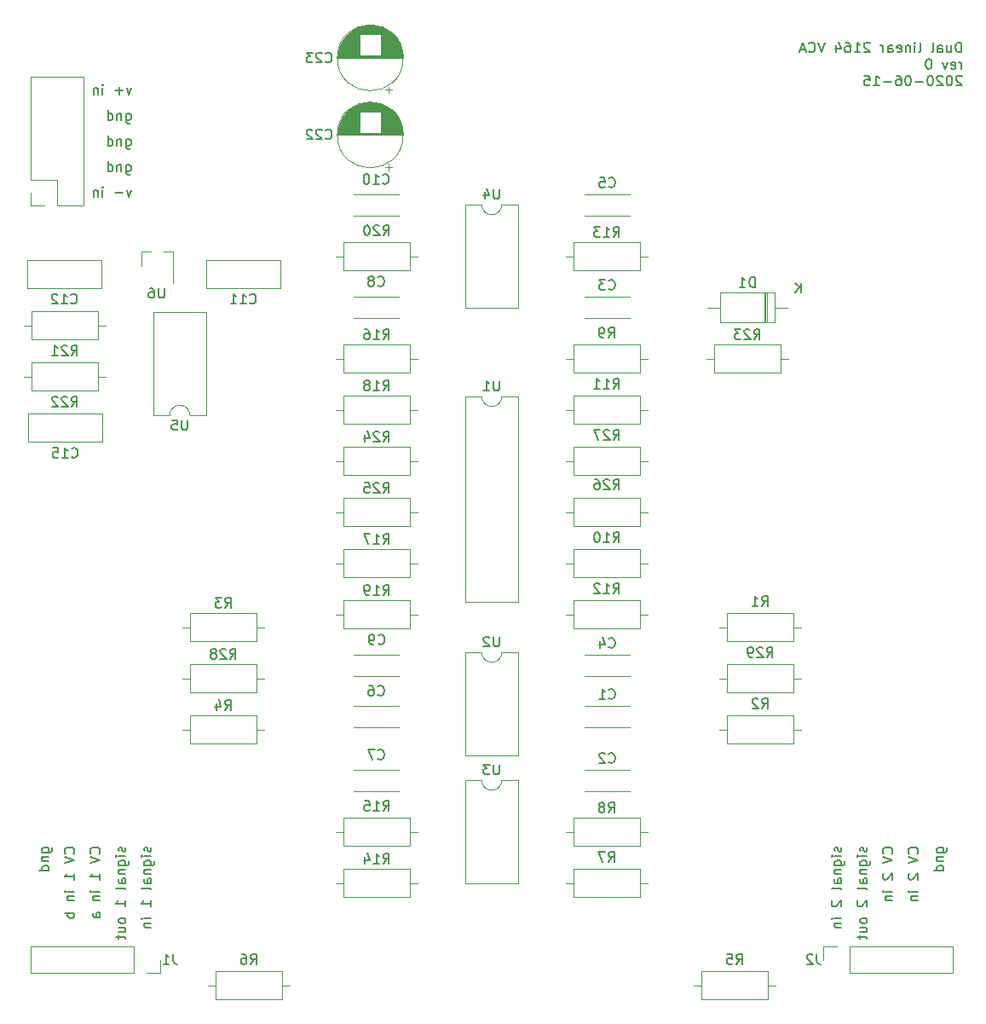
<source format=gbr>
G04 #@! TF.GenerationSoftware,KiCad,Pcbnew,5.1.6-c6e7f7d~86~ubuntu18.04.1*
G04 #@! TF.CreationDate,2020-06-20T09:49:41-04:00*
G04 #@! TF.ProjectId,dual_VCA,6475616c-5f56-4434-912e-6b696361645f,rev?*
G04 #@! TF.SameCoordinates,Original*
G04 #@! TF.FileFunction,Legend,Bot*
G04 #@! TF.FilePolarity,Positive*
%FSLAX46Y46*%
G04 Gerber Fmt 4.6, Leading zero omitted, Abs format (unit mm)*
G04 Created by KiCad (PCBNEW 5.1.6-c6e7f7d~86~ubuntu18.04.1) date 2020-06-20 09:49:41*
%MOMM*%
%LPD*%
G01*
G04 APERTURE LIST*
%ADD10C,0.150000*%
%ADD11C,0.120000*%
G04 APERTURE END LIST*
D10*
X140729642Y-58205714D02*
X140491547Y-58872380D01*
X140253452Y-58205714D01*
X139872500Y-58491428D02*
X139110595Y-58491428D01*
X139491547Y-58872380D02*
X139491547Y-58110476D01*
X137872500Y-58872380D02*
X137872500Y-58205714D01*
X137872500Y-57872380D02*
X137920119Y-57920000D01*
X137872500Y-57967619D01*
X137824880Y-57920000D01*
X137872500Y-57872380D01*
X137872500Y-57967619D01*
X137396309Y-58205714D02*
X137396309Y-58872380D01*
X137396309Y-58300952D02*
X137348690Y-58253333D01*
X137253452Y-58205714D01*
X137110595Y-58205714D01*
X137015357Y-58253333D01*
X136967738Y-58348571D01*
X136967738Y-58872380D01*
X140205833Y-65825714D02*
X140205833Y-66635238D01*
X140253452Y-66730476D01*
X140301071Y-66778095D01*
X140396309Y-66825714D01*
X140539166Y-66825714D01*
X140634404Y-66778095D01*
X140205833Y-66444761D02*
X140301071Y-66492380D01*
X140491547Y-66492380D01*
X140586785Y-66444761D01*
X140634404Y-66397142D01*
X140682023Y-66301904D01*
X140682023Y-66016190D01*
X140634404Y-65920952D01*
X140586785Y-65873333D01*
X140491547Y-65825714D01*
X140301071Y-65825714D01*
X140205833Y-65873333D01*
X139729642Y-65825714D02*
X139729642Y-66492380D01*
X139729642Y-65920952D02*
X139682023Y-65873333D01*
X139586785Y-65825714D01*
X139443928Y-65825714D01*
X139348690Y-65873333D01*
X139301071Y-65968571D01*
X139301071Y-66492380D01*
X138396309Y-66492380D02*
X138396309Y-65492380D01*
X138396309Y-66444761D02*
X138491547Y-66492380D01*
X138682023Y-66492380D01*
X138777261Y-66444761D01*
X138824880Y-66397142D01*
X138872500Y-66301904D01*
X138872500Y-66016190D01*
X138824880Y-65920952D01*
X138777261Y-65873333D01*
X138682023Y-65825714D01*
X138491547Y-65825714D01*
X138396309Y-65873333D01*
X140205833Y-63285714D02*
X140205833Y-64095238D01*
X140253452Y-64190476D01*
X140301071Y-64238095D01*
X140396309Y-64285714D01*
X140539166Y-64285714D01*
X140634404Y-64238095D01*
X140205833Y-63904761D02*
X140301071Y-63952380D01*
X140491547Y-63952380D01*
X140586785Y-63904761D01*
X140634404Y-63857142D01*
X140682023Y-63761904D01*
X140682023Y-63476190D01*
X140634404Y-63380952D01*
X140586785Y-63333333D01*
X140491547Y-63285714D01*
X140301071Y-63285714D01*
X140205833Y-63333333D01*
X139729642Y-63285714D02*
X139729642Y-63952380D01*
X139729642Y-63380952D02*
X139682023Y-63333333D01*
X139586785Y-63285714D01*
X139443928Y-63285714D01*
X139348690Y-63333333D01*
X139301071Y-63428571D01*
X139301071Y-63952380D01*
X138396309Y-63952380D02*
X138396309Y-62952380D01*
X138396309Y-63904761D02*
X138491547Y-63952380D01*
X138682023Y-63952380D01*
X138777261Y-63904761D01*
X138824880Y-63857142D01*
X138872500Y-63761904D01*
X138872500Y-63476190D01*
X138824880Y-63380952D01*
X138777261Y-63333333D01*
X138682023Y-63285714D01*
X138491547Y-63285714D01*
X138396309Y-63333333D01*
X140205833Y-60745714D02*
X140205833Y-61555238D01*
X140253452Y-61650476D01*
X140301071Y-61698095D01*
X140396309Y-61745714D01*
X140539166Y-61745714D01*
X140634404Y-61698095D01*
X140205833Y-61364761D02*
X140301071Y-61412380D01*
X140491547Y-61412380D01*
X140586785Y-61364761D01*
X140634404Y-61317142D01*
X140682023Y-61221904D01*
X140682023Y-60936190D01*
X140634404Y-60840952D01*
X140586785Y-60793333D01*
X140491547Y-60745714D01*
X140301071Y-60745714D01*
X140205833Y-60793333D01*
X139729642Y-60745714D02*
X139729642Y-61412380D01*
X139729642Y-60840952D02*
X139682023Y-60793333D01*
X139586785Y-60745714D01*
X139443928Y-60745714D01*
X139348690Y-60793333D01*
X139301071Y-60888571D01*
X139301071Y-61412380D01*
X138396309Y-61412380D02*
X138396309Y-60412380D01*
X138396309Y-61364761D02*
X138491547Y-61412380D01*
X138682023Y-61412380D01*
X138777261Y-61364761D01*
X138824880Y-61317142D01*
X138872500Y-61221904D01*
X138872500Y-60936190D01*
X138824880Y-60840952D01*
X138777261Y-60793333D01*
X138682023Y-60745714D01*
X138491547Y-60745714D01*
X138396309Y-60793333D01*
X140729642Y-68365714D02*
X140491547Y-69032380D01*
X140253452Y-68365714D01*
X139872500Y-68651428D02*
X139110595Y-68651428D01*
X137872500Y-69032380D02*
X137872500Y-68365714D01*
X137872500Y-68032380D02*
X137920119Y-68080000D01*
X137872500Y-68127619D01*
X137824880Y-68080000D01*
X137872500Y-68032380D01*
X137872500Y-68127619D01*
X137396309Y-68365714D02*
X137396309Y-69032380D01*
X137396309Y-68460952D02*
X137348690Y-68413333D01*
X137253452Y-68365714D01*
X137110595Y-68365714D01*
X137015357Y-68413333D01*
X136967738Y-68508571D01*
X136967738Y-69032380D01*
X223184404Y-54682380D02*
X223184404Y-53682380D01*
X222946309Y-53682380D01*
X222803452Y-53730000D01*
X222708214Y-53825238D01*
X222660595Y-53920476D01*
X222612976Y-54110952D01*
X222612976Y-54253809D01*
X222660595Y-54444285D01*
X222708214Y-54539523D01*
X222803452Y-54634761D01*
X222946309Y-54682380D01*
X223184404Y-54682380D01*
X221755833Y-54015714D02*
X221755833Y-54682380D01*
X222184404Y-54015714D02*
X222184404Y-54539523D01*
X222136785Y-54634761D01*
X222041547Y-54682380D01*
X221898690Y-54682380D01*
X221803452Y-54634761D01*
X221755833Y-54587142D01*
X220851071Y-54682380D02*
X220851071Y-54158571D01*
X220898690Y-54063333D01*
X220993928Y-54015714D01*
X221184404Y-54015714D01*
X221279642Y-54063333D01*
X220851071Y-54634761D02*
X220946309Y-54682380D01*
X221184404Y-54682380D01*
X221279642Y-54634761D01*
X221327261Y-54539523D01*
X221327261Y-54444285D01*
X221279642Y-54349047D01*
X221184404Y-54301428D01*
X220946309Y-54301428D01*
X220851071Y-54253809D01*
X220232023Y-54682380D02*
X220327261Y-54634761D01*
X220374880Y-54539523D01*
X220374880Y-53682380D01*
X218946309Y-54682380D02*
X219041547Y-54634761D01*
X219089166Y-54539523D01*
X219089166Y-53682380D01*
X218565357Y-54682380D02*
X218565357Y-54015714D01*
X218565357Y-53682380D02*
X218612976Y-53730000D01*
X218565357Y-53777619D01*
X218517738Y-53730000D01*
X218565357Y-53682380D01*
X218565357Y-53777619D01*
X218089166Y-54015714D02*
X218089166Y-54682380D01*
X218089166Y-54110952D02*
X218041547Y-54063333D01*
X217946309Y-54015714D01*
X217803452Y-54015714D01*
X217708214Y-54063333D01*
X217660595Y-54158571D01*
X217660595Y-54682380D01*
X216803452Y-54634761D02*
X216898690Y-54682380D01*
X217089166Y-54682380D01*
X217184404Y-54634761D01*
X217232023Y-54539523D01*
X217232023Y-54158571D01*
X217184404Y-54063333D01*
X217089166Y-54015714D01*
X216898690Y-54015714D01*
X216803452Y-54063333D01*
X216755833Y-54158571D01*
X216755833Y-54253809D01*
X217232023Y-54349047D01*
X215898690Y-54682380D02*
X215898690Y-54158571D01*
X215946309Y-54063333D01*
X216041547Y-54015714D01*
X216232023Y-54015714D01*
X216327261Y-54063333D01*
X215898690Y-54634761D02*
X215993928Y-54682380D01*
X216232023Y-54682380D01*
X216327261Y-54634761D01*
X216374880Y-54539523D01*
X216374880Y-54444285D01*
X216327261Y-54349047D01*
X216232023Y-54301428D01*
X215993928Y-54301428D01*
X215898690Y-54253809D01*
X215422500Y-54682380D02*
X215422500Y-54015714D01*
X215422500Y-54206190D02*
X215374880Y-54110952D01*
X215327261Y-54063333D01*
X215232023Y-54015714D01*
X215136785Y-54015714D01*
X214089166Y-53777619D02*
X214041547Y-53730000D01*
X213946309Y-53682380D01*
X213708214Y-53682380D01*
X213612976Y-53730000D01*
X213565357Y-53777619D01*
X213517738Y-53872857D01*
X213517738Y-53968095D01*
X213565357Y-54110952D01*
X214136785Y-54682380D01*
X213517738Y-54682380D01*
X212565357Y-54682380D02*
X213136785Y-54682380D01*
X212851071Y-54682380D02*
X212851071Y-53682380D01*
X212946309Y-53825238D01*
X213041547Y-53920476D01*
X213136785Y-53968095D01*
X211708214Y-53682380D02*
X211898690Y-53682380D01*
X211993928Y-53730000D01*
X212041547Y-53777619D01*
X212136785Y-53920476D01*
X212184404Y-54110952D01*
X212184404Y-54491904D01*
X212136785Y-54587142D01*
X212089166Y-54634761D01*
X211993928Y-54682380D01*
X211803452Y-54682380D01*
X211708214Y-54634761D01*
X211660595Y-54587142D01*
X211612976Y-54491904D01*
X211612976Y-54253809D01*
X211660595Y-54158571D01*
X211708214Y-54110952D01*
X211803452Y-54063333D01*
X211993928Y-54063333D01*
X212089166Y-54110952D01*
X212136785Y-54158571D01*
X212184404Y-54253809D01*
X210755833Y-54015714D02*
X210755833Y-54682380D01*
X210993928Y-53634761D02*
X211232023Y-54349047D01*
X210612976Y-54349047D01*
X209612976Y-53682380D02*
X209279642Y-54682380D01*
X208946309Y-53682380D01*
X208041547Y-54587142D02*
X208089166Y-54634761D01*
X208232023Y-54682380D01*
X208327261Y-54682380D01*
X208470119Y-54634761D01*
X208565357Y-54539523D01*
X208612976Y-54444285D01*
X208660595Y-54253809D01*
X208660595Y-54110952D01*
X208612976Y-53920476D01*
X208565357Y-53825238D01*
X208470119Y-53730000D01*
X208327261Y-53682380D01*
X208232023Y-53682380D01*
X208089166Y-53730000D01*
X208041547Y-53777619D01*
X207660595Y-54396666D02*
X207184404Y-54396666D01*
X207755833Y-54682380D02*
X207422500Y-53682380D01*
X207089166Y-54682380D01*
X223184404Y-56332380D02*
X223184404Y-55665714D01*
X223184404Y-55856190D02*
X223136785Y-55760952D01*
X223089166Y-55713333D01*
X222993928Y-55665714D01*
X222898690Y-55665714D01*
X222184404Y-56284761D02*
X222279642Y-56332380D01*
X222470119Y-56332380D01*
X222565357Y-56284761D01*
X222612976Y-56189523D01*
X222612976Y-55808571D01*
X222565357Y-55713333D01*
X222470119Y-55665714D01*
X222279642Y-55665714D01*
X222184404Y-55713333D01*
X222136785Y-55808571D01*
X222136785Y-55903809D01*
X222612976Y-55999047D01*
X221803452Y-55665714D02*
X221565357Y-56332380D01*
X221327261Y-55665714D01*
X219993928Y-55332380D02*
X219898690Y-55332380D01*
X219803452Y-55380000D01*
X219755833Y-55427619D01*
X219708214Y-55522857D01*
X219660595Y-55713333D01*
X219660595Y-55951428D01*
X219708214Y-56141904D01*
X219755833Y-56237142D01*
X219803452Y-56284761D01*
X219898690Y-56332380D01*
X219993928Y-56332380D01*
X220089166Y-56284761D01*
X220136785Y-56237142D01*
X220184404Y-56141904D01*
X220232023Y-55951428D01*
X220232023Y-55713333D01*
X220184404Y-55522857D01*
X220136785Y-55427619D01*
X220089166Y-55380000D01*
X219993928Y-55332380D01*
X223232023Y-57077619D02*
X223184404Y-57030000D01*
X223089166Y-56982380D01*
X222851071Y-56982380D01*
X222755833Y-57030000D01*
X222708214Y-57077619D01*
X222660595Y-57172857D01*
X222660595Y-57268095D01*
X222708214Y-57410952D01*
X223279642Y-57982380D01*
X222660595Y-57982380D01*
X222041547Y-56982380D02*
X221946309Y-56982380D01*
X221851071Y-57030000D01*
X221803452Y-57077619D01*
X221755833Y-57172857D01*
X221708214Y-57363333D01*
X221708214Y-57601428D01*
X221755833Y-57791904D01*
X221803452Y-57887142D01*
X221851071Y-57934761D01*
X221946309Y-57982380D01*
X222041547Y-57982380D01*
X222136785Y-57934761D01*
X222184404Y-57887142D01*
X222232023Y-57791904D01*
X222279642Y-57601428D01*
X222279642Y-57363333D01*
X222232023Y-57172857D01*
X222184404Y-57077619D01*
X222136785Y-57030000D01*
X222041547Y-56982380D01*
X221327261Y-57077619D02*
X221279642Y-57030000D01*
X221184404Y-56982380D01*
X220946309Y-56982380D01*
X220851071Y-57030000D01*
X220803452Y-57077619D01*
X220755833Y-57172857D01*
X220755833Y-57268095D01*
X220803452Y-57410952D01*
X221374880Y-57982380D01*
X220755833Y-57982380D01*
X220136785Y-56982380D02*
X220041547Y-56982380D01*
X219946309Y-57030000D01*
X219898690Y-57077619D01*
X219851071Y-57172857D01*
X219803452Y-57363333D01*
X219803452Y-57601428D01*
X219851071Y-57791904D01*
X219898690Y-57887142D01*
X219946309Y-57934761D01*
X220041547Y-57982380D01*
X220136785Y-57982380D01*
X220232023Y-57934761D01*
X220279642Y-57887142D01*
X220327261Y-57791904D01*
X220374880Y-57601428D01*
X220374880Y-57363333D01*
X220327261Y-57172857D01*
X220279642Y-57077619D01*
X220232023Y-57030000D01*
X220136785Y-56982380D01*
X219374880Y-57601428D02*
X218612976Y-57601428D01*
X217946309Y-56982380D02*
X217851071Y-56982380D01*
X217755833Y-57030000D01*
X217708214Y-57077619D01*
X217660595Y-57172857D01*
X217612976Y-57363333D01*
X217612976Y-57601428D01*
X217660595Y-57791904D01*
X217708214Y-57887142D01*
X217755833Y-57934761D01*
X217851071Y-57982380D01*
X217946309Y-57982380D01*
X218041547Y-57934761D01*
X218089166Y-57887142D01*
X218136785Y-57791904D01*
X218184404Y-57601428D01*
X218184404Y-57363333D01*
X218136785Y-57172857D01*
X218089166Y-57077619D01*
X218041547Y-57030000D01*
X217946309Y-56982380D01*
X216755833Y-56982380D02*
X216946309Y-56982380D01*
X217041547Y-57030000D01*
X217089166Y-57077619D01*
X217184404Y-57220476D01*
X217232023Y-57410952D01*
X217232023Y-57791904D01*
X217184404Y-57887142D01*
X217136785Y-57934761D01*
X217041547Y-57982380D01*
X216851071Y-57982380D01*
X216755833Y-57934761D01*
X216708214Y-57887142D01*
X216660595Y-57791904D01*
X216660595Y-57553809D01*
X216708214Y-57458571D01*
X216755833Y-57410952D01*
X216851071Y-57363333D01*
X217041547Y-57363333D01*
X217136785Y-57410952D01*
X217184404Y-57458571D01*
X217232023Y-57553809D01*
X216232023Y-57601428D02*
X215470119Y-57601428D01*
X214470119Y-57982380D02*
X215041547Y-57982380D01*
X214755833Y-57982380D02*
X214755833Y-56982380D01*
X214851071Y-57125238D01*
X214946309Y-57220476D01*
X215041547Y-57268095D01*
X213565357Y-56982380D02*
X214041547Y-56982380D01*
X214089166Y-57458571D01*
X214041547Y-57410952D01*
X213946309Y-57363333D01*
X213708214Y-57363333D01*
X213612976Y-57410952D01*
X213565357Y-57458571D01*
X213517738Y-57553809D01*
X213517738Y-57791904D01*
X213565357Y-57887142D01*
X213612976Y-57934761D01*
X213708214Y-57982380D01*
X213946309Y-57982380D01*
X214041547Y-57934761D01*
X214089166Y-57887142D01*
X218797142Y-134257023D02*
X218844761Y-134209404D01*
X218892380Y-134066547D01*
X218892380Y-133971309D01*
X218844761Y-133828452D01*
X218749523Y-133733214D01*
X218654285Y-133685595D01*
X218463809Y-133637976D01*
X218320952Y-133637976D01*
X218130476Y-133685595D01*
X218035238Y-133733214D01*
X217940000Y-133828452D01*
X217892380Y-133971309D01*
X217892380Y-134066547D01*
X217940000Y-134209404D01*
X217987619Y-134257023D01*
X217892380Y-134542738D02*
X218892380Y-134876071D01*
X217892380Y-135209404D01*
X217987619Y-136257023D02*
X217940000Y-136304642D01*
X217892380Y-136399880D01*
X217892380Y-136637976D01*
X217940000Y-136733214D01*
X217987619Y-136780833D01*
X218082857Y-136828452D01*
X218178095Y-136828452D01*
X218320952Y-136780833D01*
X218892380Y-136209404D01*
X218892380Y-136828452D01*
X218892380Y-138018928D02*
X218225714Y-138018928D01*
X217892380Y-138018928D02*
X217940000Y-137971309D01*
X217987619Y-138018928D01*
X217940000Y-138066547D01*
X217892380Y-138018928D01*
X217987619Y-138018928D01*
X218225714Y-138495119D02*
X218892380Y-138495119D01*
X218320952Y-138495119D02*
X218273333Y-138542738D01*
X218225714Y-138637976D01*
X218225714Y-138780833D01*
X218273333Y-138876071D01*
X218368571Y-138923690D01*
X218892380Y-138923690D01*
X216257142Y-134257023D02*
X216304761Y-134209404D01*
X216352380Y-134066547D01*
X216352380Y-133971309D01*
X216304761Y-133828452D01*
X216209523Y-133733214D01*
X216114285Y-133685595D01*
X215923809Y-133637976D01*
X215780952Y-133637976D01*
X215590476Y-133685595D01*
X215495238Y-133733214D01*
X215400000Y-133828452D01*
X215352380Y-133971309D01*
X215352380Y-134066547D01*
X215400000Y-134209404D01*
X215447619Y-134257023D01*
X215352380Y-134542738D02*
X216352380Y-134876071D01*
X215352380Y-135209404D01*
X215447619Y-136257023D02*
X215400000Y-136304642D01*
X215352380Y-136399880D01*
X215352380Y-136637976D01*
X215400000Y-136733214D01*
X215447619Y-136780833D01*
X215542857Y-136828452D01*
X215638095Y-136828452D01*
X215780952Y-136780833D01*
X216352380Y-136209404D01*
X216352380Y-136828452D01*
X216352380Y-138018928D02*
X215685714Y-138018928D01*
X215352380Y-138018928D02*
X215400000Y-137971309D01*
X215447619Y-138018928D01*
X215400000Y-138066547D01*
X215352380Y-138018928D01*
X215447619Y-138018928D01*
X215685714Y-138495119D02*
X216352380Y-138495119D01*
X215780952Y-138495119D02*
X215733333Y-138542738D01*
X215685714Y-138637976D01*
X215685714Y-138780833D01*
X215733333Y-138876071D01*
X215828571Y-138923690D01*
X216352380Y-138923690D01*
X220765714Y-134114166D02*
X221575238Y-134114166D01*
X221670476Y-134066547D01*
X221718095Y-134018928D01*
X221765714Y-133923690D01*
X221765714Y-133780833D01*
X221718095Y-133685595D01*
X221384761Y-134114166D02*
X221432380Y-134018928D01*
X221432380Y-133828452D01*
X221384761Y-133733214D01*
X221337142Y-133685595D01*
X221241904Y-133637976D01*
X220956190Y-133637976D01*
X220860952Y-133685595D01*
X220813333Y-133733214D01*
X220765714Y-133828452D01*
X220765714Y-134018928D01*
X220813333Y-134114166D01*
X220765714Y-134590357D02*
X221432380Y-134590357D01*
X220860952Y-134590357D02*
X220813333Y-134637976D01*
X220765714Y-134733214D01*
X220765714Y-134876071D01*
X220813333Y-134971309D01*
X220908571Y-135018928D01*
X221432380Y-135018928D01*
X221432380Y-135923690D02*
X220432380Y-135923690D01*
X221384761Y-135923690D02*
X221432380Y-135828452D01*
X221432380Y-135637976D01*
X221384761Y-135542738D01*
X221337142Y-135495119D01*
X221241904Y-135447500D01*
X220956190Y-135447500D01*
X220860952Y-135495119D01*
X220813333Y-135542738D01*
X220765714Y-135637976D01*
X220765714Y-135828452D01*
X220813333Y-135923690D01*
X213764761Y-133637976D02*
X213812380Y-133733214D01*
X213812380Y-133923690D01*
X213764761Y-134018928D01*
X213669523Y-134066547D01*
X213621904Y-134066547D01*
X213526666Y-134018928D01*
X213479047Y-133923690D01*
X213479047Y-133780833D01*
X213431428Y-133685595D01*
X213336190Y-133637976D01*
X213288571Y-133637976D01*
X213193333Y-133685595D01*
X213145714Y-133780833D01*
X213145714Y-133923690D01*
X213193333Y-134018928D01*
X213812380Y-134495119D02*
X213145714Y-134495119D01*
X212812380Y-134495119D02*
X212860000Y-134447500D01*
X212907619Y-134495119D01*
X212860000Y-134542738D01*
X212812380Y-134495119D01*
X212907619Y-134495119D01*
X213145714Y-135399880D02*
X213955238Y-135399880D01*
X214050476Y-135352261D01*
X214098095Y-135304642D01*
X214145714Y-135209404D01*
X214145714Y-135066547D01*
X214098095Y-134971309D01*
X213764761Y-135399880D02*
X213812380Y-135304642D01*
X213812380Y-135114166D01*
X213764761Y-135018928D01*
X213717142Y-134971309D01*
X213621904Y-134923690D01*
X213336190Y-134923690D01*
X213240952Y-134971309D01*
X213193333Y-135018928D01*
X213145714Y-135114166D01*
X213145714Y-135304642D01*
X213193333Y-135399880D01*
X213145714Y-135876071D02*
X213812380Y-135876071D01*
X213240952Y-135876071D02*
X213193333Y-135923690D01*
X213145714Y-136018928D01*
X213145714Y-136161785D01*
X213193333Y-136257023D01*
X213288571Y-136304642D01*
X213812380Y-136304642D01*
X213812380Y-137209404D02*
X213288571Y-137209404D01*
X213193333Y-137161785D01*
X213145714Y-137066547D01*
X213145714Y-136876071D01*
X213193333Y-136780833D01*
X213764761Y-137209404D02*
X213812380Y-137114166D01*
X213812380Y-136876071D01*
X213764761Y-136780833D01*
X213669523Y-136733214D01*
X213574285Y-136733214D01*
X213479047Y-136780833D01*
X213431428Y-136876071D01*
X213431428Y-137114166D01*
X213383809Y-137209404D01*
X213812380Y-137828452D02*
X213764761Y-137733214D01*
X213669523Y-137685595D01*
X212812380Y-137685595D01*
X212907619Y-138923690D02*
X212860000Y-138971309D01*
X212812380Y-139066547D01*
X212812380Y-139304642D01*
X212860000Y-139399880D01*
X212907619Y-139447500D01*
X213002857Y-139495119D01*
X213098095Y-139495119D01*
X213240952Y-139447500D01*
X213812380Y-138876071D01*
X213812380Y-139495119D01*
X213812380Y-140828452D02*
X213764761Y-140733214D01*
X213717142Y-140685595D01*
X213621904Y-140637976D01*
X213336190Y-140637976D01*
X213240952Y-140685595D01*
X213193333Y-140733214D01*
X213145714Y-140828452D01*
X213145714Y-140971309D01*
X213193333Y-141066547D01*
X213240952Y-141114166D01*
X213336190Y-141161785D01*
X213621904Y-141161785D01*
X213717142Y-141114166D01*
X213764761Y-141066547D01*
X213812380Y-140971309D01*
X213812380Y-140828452D01*
X213145714Y-142018928D02*
X213812380Y-142018928D01*
X213145714Y-141590357D02*
X213669523Y-141590357D01*
X213764761Y-141637976D01*
X213812380Y-141733214D01*
X213812380Y-141876071D01*
X213764761Y-141971309D01*
X213717142Y-142018928D01*
X213145714Y-142352261D02*
X213145714Y-142733214D01*
X212812380Y-142495119D02*
X213669523Y-142495119D01*
X213764761Y-142542738D01*
X213812380Y-142637976D01*
X213812380Y-142733214D01*
X211224761Y-133637976D02*
X211272380Y-133733214D01*
X211272380Y-133923690D01*
X211224761Y-134018928D01*
X211129523Y-134066547D01*
X211081904Y-134066547D01*
X210986666Y-134018928D01*
X210939047Y-133923690D01*
X210939047Y-133780833D01*
X210891428Y-133685595D01*
X210796190Y-133637976D01*
X210748571Y-133637976D01*
X210653333Y-133685595D01*
X210605714Y-133780833D01*
X210605714Y-133923690D01*
X210653333Y-134018928D01*
X211272380Y-134495119D02*
X210605714Y-134495119D01*
X210272380Y-134495119D02*
X210320000Y-134447500D01*
X210367619Y-134495119D01*
X210320000Y-134542738D01*
X210272380Y-134495119D01*
X210367619Y-134495119D01*
X210605714Y-135399880D02*
X211415238Y-135399880D01*
X211510476Y-135352261D01*
X211558095Y-135304642D01*
X211605714Y-135209404D01*
X211605714Y-135066547D01*
X211558095Y-134971309D01*
X211224761Y-135399880D02*
X211272380Y-135304642D01*
X211272380Y-135114166D01*
X211224761Y-135018928D01*
X211177142Y-134971309D01*
X211081904Y-134923690D01*
X210796190Y-134923690D01*
X210700952Y-134971309D01*
X210653333Y-135018928D01*
X210605714Y-135114166D01*
X210605714Y-135304642D01*
X210653333Y-135399880D01*
X210605714Y-135876071D02*
X211272380Y-135876071D01*
X210700952Y-135876071D02*
X210653333Y-135923690D01*
X210605714Y-136018928D01*
X210605714Y-136161785D01*
X210653333Y-136257023D01*
X210748571Y-136304642D01*
X211272380Y-136304642D01*
X211272380Y-137209404D02*
X210748571Y-137209404D01*
X210653333Y-137161785D01*
X210605714Y-137066547D01*
X210605714Y-136876071D01*
X210653333Y-136780833D01*
X211224761Y-137209404D02*
X211272380Y-137114166D01*
X211272380Y-136876071D01*
X211224761Y-136780833D01*
X211129523Y-136733214D01*
X211034285Y-136733214D01*
X210939047Y-136780833D01*
X210891428Y-136876071D01*
X210891428Y-137114166D01*
X210843809Y-137209404D01*
X211272380Y-137828452D02*
X211224761Y-137733214D01*
X211129523Y-137685595D01*
X210272380Y-137685595D01*
X210367619Y-138923690D02*
X210320000Y-138971309D01*
X210272380Y-139066547D01*
X210272380Y-139304642D01*
X210320000Y-139399880D01*
X210367619Y-139447500D01*
X210462857Y-139495119D01*
X210558095Y-139495119D01*
X210700952Y-139447500D01*
X211272380Y-138876071D01*
X211272380Y-139495119D01*
X211272380Y-140685595D02*
X210605714Y-140685595D01*
X210272380Y-140685595D02*
X210320000Y-140637976D01*
X210367619Y-140685595D01*
X210320000Y-140733214D01*
X210272380Y-140685595D01*
X210367619Y-140685595D01*
X210605714Y-141161785D02*
X211272380Y-141161785D01*
X210700952Y-141161785D02*
X210653333Y-141209404D01*
X210605714Y-141304642D01*
X210605714Y-141447500D01*
X210653333Y-141542738D01*
X210748571Y-141590357D01*
X211272380Y-141590357D01*
X140104761Y-133637976D02*
X140152380Y-133733214D01*
X140152380Y-133923690D01*
X140104761Y-134018928D01*
X140009523Y-134066547D01*
X139961904Y-134066547D01*
X139866666Y-134018928D01*
X139819047Y-133923690D01*
X139819047Y-133780833D01*
X139771428Y-133685595D01*
X139676190Y-133637976D01*
X139628571Y-133637976D01*
X139533333Y-133685595D01*
X139485714Y-133780833D01*
X139485714Y-133923690D01*
X139533333Y-134018928D01*
X140152380Y-134495119D02*
X139485714Y-134495119D01*
X139152380Y-134495119D02*
X139200000Y-134447500D01*
X139247619Y-134495119D01*
X139200000Y-134542738D01*
X139152380Y-134495119D01*
X139247619Y-134495119D01*
X139485714Y-135399880D02*
X140295238Y-135399880D01*
X140390476Y-135352261D01*
X140438095Y-135304642D01*
X140485714Y-135209404D01*
X140485714Y-135066547D01*
X140438095Y-134971309D01*
X140104761Y-135399880D02*
X140152380Y-135304642D01*
X140152380Y-135114166D01*
X140104761Y-135018928D01*
X140057142Y-134971309D01*
X139961904Y-134923690D01*
X139676190Y-134923690D01*
X139580952Y-134971309D01*
X139533333Y-135018928D01*
X139485714Y-135114166D01*
X139485714Y-135304642D01*
X139533333Y-135399880D01*
X139485714Y-135876071D02*
X140152380Y-135876071D01*
X139580952Y-135876071D02*
X139533333Y-135923690D01*
X139485714Y-136018928D01*
X139485714Y-136161785D01*
X139533333Y-136257023D01*
X139628571Y-136304642D01*
X140152380Y-136304642D01*
X140152380Y-137209404D02*
X139628571Y-137209404D01*
X139533333Y-137161785D01*
X139485714Y-137066547D01*
X139485714Y-136876071D01*
X139533333Y-136780833D01*
X140104761Y-137209404D02*
X140152380Y-137114166D01*
X140152380Y-136876071D01*
X140104761Y-136780833D01*
X140009523Y-136733214D01*
X139914285Y-136733214D01*
X139819047Y-136780833D01*
X139771428Y-136876071D01*
X139771428Y-137114166D01*
X139723809Y-137209404D01*
X140152380Y-137828452D02*
X140104761Y-137733214D01*
X140009523Y-137685595D01*
X139152380Y-137685595D01*
X140152380Y-139495119D02*
X140152380Y-138923690D01*
X140152380Y-139209404D02*
X139152380Y-139209404D01*
X139295238Y-139114166D01*
X139390476Y-139018928D01*
X139438095Y-138923690D01*
X140152380Y-140828452D02*
X140104761Y-140733214D01*
X140057142Y-140685595D01*
X139961904Y-140637976D01*
X139676190Y-140637976D01*
X139580952Y-140685595D01*
X139533333Y-140733214D01*
X139485714Y-140828452D01*
X139485714Y-140971309D01*
X139533333Y-141066547D01*
X139580952Y-141114166D01*
X139676190Y-141161785D01*
X139961904Y-141161785D01*
X140057142Y-141114166D01*
X140104761Y-141066547D01*
X140152380Y-140971309D01*
X140152380Y-140828452D01*
X139485714Y-142018928D02*
X140152380Y-142018928D01*
X139485714Y-141590357D02*
X140009523Y-141590357D01*
X140104761Y-141637976D01*
X140152380Y-141733214D01*
X140152380Y-141876071D01*
X140104761Y-141971309D01*
X140057142Y-142018928D01*
X139485714Y-142352261D02*
X139485714Y-142733214D01*
X139152380Y-142495119D02*
X140009523Y-142495119D01*
X140104761Y-142542738D01*
X140152380Y-142637976D01*
X140152380Y-142733214D01*
X142644761Y-133637976D02*
X142692380Y-133733214D01*
X142692380Y-133923690D01*
X142644761Y-134018928D01*
X142549523Y-134066547D01*
X142501904Y-134066547D01*
X142406666Y-134018928D01*
X142359047Y-133923690D01*
X142359047Y-133780833D01*
X142311428Y-133685595D01*
X142216190Y-133637976D01*
X142168571Y-133637976D01*
X142073333Y-133685595D01*
X142025714Y-133780833D01*
X142025714Y-133923690D01*
X142073333Y-134018928D01*
X142692380Y-134495119D02*
X142025714Y-134495119D01*
X141692380Y-134495119D02*
X141740000Y-134447500D01*
X141787619Y-134495119D01*
X141740000Y-134542738D01*
X141692380Y-134495119D01*
X141787619Y-134495119D01*
X142025714Y-135399880D02*
X142835238Y-135399880D01*
X142930476Y-135352261D01*
X142978095Y-135304642D01*
X143025714Y-135209404D01*
X143025714Y-135066547D01*
X142978095Y-134971309D01*
X142644761Y-135399880D02*
X142692380Y-135304642D01*
X142692380Y-135114166D01*
X142644761Y-135018928D01*
X142597142Y-134971309D01*
X142501904Y-134923690D01*
X142216190Y-134923690D01*
X142120952Y-134971309D01*
X142073333Y-135018928D01*
X142025714Y-135114166D01*
X142025714Y-135304642D01*
X142073333Y-135399880D01*
X142025714Y-135876071D02*
X142692380Y-135876071D01*
X142120952Y-135876071D02*
X142073333Y-135923690D01*
X142025714Y-136018928D01*
X142025714Y-136161785D01*
X142073333Y-136257023D01*
X142168571Y-136304642D01*
X142692380Y-136304642D01*
X142692380Y-137209404D02*
X142168571Y-137209404D01*
X142073333Y-137161785D01*
X142025714Y-137066547D01*
X142025714Y-136876071D01*
X142073333Y-136780833D01*
X142644761Y-137209404D02*
X142692380Y-137114166D01*
X142692380Y-136876071D01*
X142644761Y-136780833D01*
X142549523Y-136733214D01*
X142454285Y-136733214D01*
X142359047Y-136780833D01*
X142311428Y-136876071D01*
X142311428Y-137114166D01*
X142263809Y-137209404D01*
X142692380Y-137828452D02*
X142644761Y-137733214D01*
X142549523Y-137685595D01*
X141692380Y-137685595D01*
X142692380Y-139495119D02*
X142692380Y-138923690D01*
X142692380Y-139209404D02*
X141692380Y-139209404D01*
X141835238Y-139114166D01*
X141930476Y-139018928D01*
X141978095Y-138923690D01*
X142692380Y-140685595D02*
X142025714Y-140685595D01*
X141692380Y-140685595D02*
X141740000Y-140637976D01*
X141787619Y-140685595D01*
X141740000Y-140733214D01*
X141692380Y-140685595D01*
X141787619Y-140685595D01*
X142025714Y-141161785D02*
X142692380Y-141161785D01*
X142120952Y-141161785D02*
X142073333Y-141209404D01*
X142025714Y-141304642D01*
X142025714Y-141447500D01*
X142073333Y-141542738D01*
X142168571Y-141590357D01*
X142692380Y-141590357D01*
X137517142Y-134257023D02*
X137564761Y-134209404D01*
X137612380Y-134066547D01*
X137612380Y-133971309D01*
X137564761Y-133828452D01*
X137469523Y-133733214D01*
X137374285Y-133685595D01*
X137183809Y-133637976D01*
X137040952Y-133637976D01*
X136850476Y-133685595D01*
X136755238Y-133733214D01*
X136660000Y-133828452D01*
X136612380Y-133971309D01*
X136612380Y-134066547D01*
X136660000Y-134209404D01*
X136707619Y-134257023D01*
X136612380Y-134542738D02*
X137612380Y-134876071D01*
X136612380Y-135209404D01*
X137612380Y-136828452D02*
X137612380Y-136257023D01*
X137612380Y-136542738D02*
X136612380Y-136542738D01*
X136755238Y-136447500D01*
X136850476Y-136352261D01*
X136898095Y-136257023D01*
X137612380Y-138018928D02*
X136945714Y-138018928D01*
X136612380Y-138018928D02*
X136660000Y-137971309D01*
X136707619Y-138018928D01*
X136660000Y-138066547D01*
X136612380Y-138018928D01*
X136707619Y-138018928D01*
X136945714Y-138495119D02*
X137612380Y-138495119D01*
X137040952Y-138495119D02*
X136993333Y-138542738D01*
X136945714Y-138637976D01*
X136945714Y-138780833D01*
X136993333Y-138876071D01*
X137088571Y-138923690D01*
X137612380Y-138923690D01*
X137612380Y-140590357D02*
X137088571Y-140590357D01*
X136993333Y-140542738D01*
X136945714Y-140447500D01*
X136945714Y-140257023D01*
X136993333Y-140161785D01*
X137564761Y-140590357D02*
X137612380Y-140495119D01*
X137612380Y-140257023D01*
X137564761Y-140161785D01*
X137469523Y-140114166D01*
X137374285Y-140114166D01*
X137279047Y-140161785D01*
X137231428Y-140257023D01*
X137231428Y-140495119D01*
X137183809Y-140590357D01*
X134977142Y-134257023D02*
X135024761Y-134209404D01*
X135072380Y-134066547D01*
X135072380Y-133971309D01*
X135024761Y-133828452D01*
X134929523Y-133733214D01*
X134834285Y-133685595D01*
X134643809Y-133637976D01*
X134500952Y-133637976D01*
X134310476Y-133685595D01*
X134215238Y-133733214D01*
X134120000Y-133828452D01*
X134072380Y-133971309D01*
X134072380Y-134066547D01*
X134120000Y-134209404D01*
X134167619Y-134257023D01*
X134072380Y-134542738D02*
X135072380Y-134876071D01*
X134072380Y-135209404D01*
X135072380Y-136828452D02*
X135072380Y-136257023D01*
X135072380Y-136542738D02*
X134072380Y-136542738D01*
X134215238Y-136447500D01*
X134310476Y-136352261D01*
X134358095Y-136257023D01*
X135072380Y-138018928D02*
X134405714Y-138018928D01*
X134072380Y-138018928D02*
X134120000Y-137971309D01*
X134167619Y-138018928D01*
X134120000Y-138066547D01*
X134072380Y-138018928D01*
X134167619Y-138018928D01*
X134405714Y-138495119D02*
X135072380Y-138495119D01*
X134500952Y-138495119D02*
X134453333Y-138542738D01*
X134405714Y-138637976D01*
X134405714Y-138780833D01*
X134453333Y-138876071D01*
X134548571Y-138923690D01*
X135072380Y-138923690D01*
X135072380Y-140161785D02*
X134072380Y-140161785D01*
X134453333Y-140161785D02*
X134405714Y-140257023D01*
X134405714Y-140447500D01*
X134453333Y-140542738D01*
X134500952Y-140590357D01*
X134596190Y-140637976D01*
X134881904Y-140637976D01*
X134977142Y-140590357D01*
X135024761Y-140542738D01*
X135072380Y-140447500D01*
X135072380Y-140257023D01*
X135024761Y-140161785D01*
X131865714Y-134114166D02*
X132675238Y-134114166D01*
X132770476Y-134066547D01*
X132818095Y-134018928D01*
X132865714Y-133923690D01*
X132865714Y-133780833D01*
X132818095Y-133685595D01*
X132484761Y-134114166D02*
X132532380Y-134018928D01*
X132532380Y-133828452D01*
X132484761Y-133733214D01*
X132437142Y-133685595D01*
X132341904Y-133637976D01*
X132056190Y-133637976D01*
X131960952Y-133685595D01*
X131913333Y-133733214D01*
X131865714Y-133828452D01*
X131865714Y-134018928D01*
X131913333Y-134114166D01*
X131865714Y-134590357D02*
X132532380Y-134590357D01*
X131960952Y-134590357D02*
X131913333Y-134637976D01*
X131865714Y-134733214D01*
X131865714Y-134876071D01*
X131913333Y-134971309D01*
X132008571Y-135018928D01*
X132532380Y-135018928D01*
X132532380Y-135923690D02*
X131532380Y-135923690D01*
X132484761Y-135923690D02*
X132532380Y-135828452D01*
X132532380Y-135637976D01*
X132484761Y-135542738D01*
X132437142Y-135495119D01*
X132341904Y-135447500D01*
X132056190Y-135447500D01*
X131960952Y-135495119D01*
X131913333Y-135542738D01*
X131865714Y-135637976D01*
X131865714Y-135828452D01*
X131913333Y-135923690D01*
D11*
X141742000Y-74448000D02*
X142672000Y-74448000D01*
X144902000Y-74448000D02*
X143972000Y-74448000D01*
X144902000Y-74448000D02*
X144902000Y-77608000D01*
X141742000Y-74448000D02*
X141742000Y-75908000D01*
X144542000Y-90738000D02*
X142892000Y-90738000D01*
X142892000Y-90738000D02*
X142892000Y-80458000D01*
X142892000Y-80458000D02*
X148192000Y-80458000D01*
X148192000Y-80458000D02*
X148192000Y-90738000D01*
X148192000Y-90738000D02*
X146542000Y-90738000D01*
X146542000Y-90738000D02*
G75*
G03*
X144542000Y-90738000I-1000000J0D01*
G01*
X177530000Y-69790000D02*
X179180000Y-69790000D01*
X179180000Y-69790000D02*
X179180000Y-80070000D01*
X179180000Y-80070000D02*
X173880000Y-80070000D01*
X173880000Y-80070000D02*
X173880000Y-69790000D01*
X173880000Y-69790000D02*
X175530000Y-69790000D01*
X175530000Y-69790000D02*
G75*
G03*
X177530000Y-69790000I1000000J0D01*
G01*
X177530000Y-126940000D02*
X179180000Y-126940000D01*
X179180000Y-126940000D02*
X179180000Y-137220000D01*
X179180000Y-137220000D02*
X173880000Y-137220000D01*
X173880000Y-137220000D02*
X173880000Y-126940000D01*
X173880000Y-126940000D02*
X175530000Y-126940000D01*
X175530000Y-126940000D02*
G75*
G03*
X177530000Y-126940000I1000000J0D01*
G01*
X177530000Y-114240000D02*
X179180000Y-114240000D01*
X179180000Y-114240000D02*
X179180000Y-124520000D01*
X179180000Y-124520000D02*
X173880000Y-124520000D01*
X173880000Y-124520000D02*
X173880000Y-114240000D01*
X173880000Y-114240000D02*
X175530000Y-114240000D01*
X175530000Y-114240000D02*
G75*
G03*
X177530000Y-114240000I1000000J0D01*
G01*
X177530000Y-88840000D02*
X179180000Y-88840000D01*
X179180000Y-88840000D02*
X179180000Y-109280000D01*
X179180000Y-109280000D02*
X173880000Y-109280000D01*
X173880000Y-109280000D02*
X173880000Y-88840000D01*
X173880000Y-88840000D02*
X175530000Y-88840000D01*
X175530000Y-88840000D02*
G75*
G03*
X177530000Y-88840000I1000000J0D01*
G01*
X199930000Y-118210000D02*
X199930000Y-115470000D01*
X199930000Y-115470000D02*
X206470000Y-115470000D01*
X206470000Y-115470000D02*
X206470000Y-118210000D01*
X206470000Y-118210000D02*
X199930000Y-118210000D01*
X199160000Y-116840000D02*
X199930000Y-116840000D01*
X207240000Y-116840000D02*
X206470000Y-116840000D01*
X153130000Y-115470000D02*
X153130000Y-118210000D01*
X153130000Y-118210000D02*
X146590000Y-118210000D01*
X146590000Y-118210000D02*
X146590000Y-115470000D01*
X146590000Y-115470000D02*
X153130000Y-115470000D01*
X153900000Y-116840000D02*
X153130000Y-116840000D01*
X145820000Y-116840000D02*
X146590000Y-116840000D01*
X184690000Y-101700000D02*
X184690000Y-98960000D01*
X184690000Y-98960000D02*
X191230000Y-98960000D01*
X191230000Y-98960000D02*
X191230000Y-101700000D01*
X191230000Y-101700000D02*
X184690000Y-101700000D01*
X183920000Y-100330000D02*
X184690000Y-100330000D01*
X192000000Y-100330000D02*
X191230000Y-100330000D01*
X184690000Y-96620000D02*
X184690000Y-93880000D01*
X184690000Y-93880000D02*
X191230000Y-93880000D01*
X191230000Y-93880000D02*
X191230000Y-96620000D01*
X191230000Y-96620000D02*
X184690000Y-96620000D01*
X183920000Y-95250000D02*
X184690000Y-95250000D01*
X192000000Y-95250000D02*
X191230000Y-95250000D01*
X168370000Y-98960000D02*
X168370000Y-101700000D01*
X168370000Y-101700000D02*
X161830000Y-101700000D01*
X161830000Y-101700000D02*
X161830000Y-98960000D01*
X161830000Y-98960000D02*
X168370000Y-98960000D01*
X169140000Y-100330000D02*
X168370000Y-100330000D01*
X161060000Y-100330000D02*
X161830000Y-100330000D01*
X168370000Y-93880000D02*
X168370000Y-96620000D01*
X168370000Y-96620000D02*
X161830000Y-96620000D01*
X161830000Y-96620000D02*
X161830000Y-93880000D01*
X161830000Y-93880000D02*
X168370000Y-93880000D01*
X169140000Y-95250000D02*
X168370000Y-95250000D01*
X161060000Y-95250000D02*
X161830000Y-95250000D01*
X205200000Y-83720000D02*
X205200000Y-86460000D01*
X205200000Y-86460000D02*
X198660000Y-86460000D01*
X198660000Y-86460000D02*
X198660000Y-83720000D01*
X198660000Y-83720000D02*
X205200000Y-83720000D01*
X205970000Y-85090000D02*
X205200000Y-85090000D01*
X197890000Y-85090000D02*
X198660000Y-85090000D01*
X137382000Y-85498000D02*
X137382000Y-88238000D01*
X137382000Y-88238000D02*
X130842000Y-88238000D01*
X130842000Y-88238000D02*
X130842000Y-85498000D01*
X130842000Y-85498000D02*
X137382000Y-85498000D01*
X138152000Y-86868000D02*
X137382000Y-86868000D01*
X130072000Y-86868000D02*
X130842000Y-86868000D01*
X137382000Y-80418000D02*
X137382000Y-83158000D01*
X137382000Y-83158000D02*
X130842000Y-83158000D01*
X130842000Y-83158000D02*
X130842000Y-80418000D01*
X130842000Y-80418000D02*
X137382000Y-80418000D01*
X138152000Y-81788000D02*
X137382000Y-81788000D01*
X130072000Y-81788000D02*
X130842000Y-81788000D01*
X161830000Y-76300000D02*
X161830000Y-73560000D01*
X161830000Y-73560000D02*
X168370000Y-73560000D01*
X168370000Y-73560000D02*
X168370000Y-76300000D01*
X168370000Y-76300000D02*
X161830000Y-76300000D01*
X161060000Y-74930000D02*
X161830000Y-74930000D01*
X169140000Y-74930000D02*
X168370000Y-74930000D01*
X168370000Y-109120000D02*
X168370000Y-111860000D01*
X168370000Y-111860000D02*
X161830000Y-111860000D01*
X161830000Y-111860000D02*
X161830000Y-109120000D01*
X161830000Y-109120000D02*
X168370000Y-109120000D01*
X169140000Y-110490000D02*
X168370000Y-110490000D01*
X161060000Y-110490000D02*
X161830000Y-110490000D01*
X168370000Y-88800000D02*
X168370000Y-91540000D01*
X168370000Y-91540000D02*
X161830000Y-91540000D01*
X161830000Y-91540000D02*
X161830000Y-88800000D01*
X161830000Y-88800000D02*
X168370000Y-88800000D01*
X169140000Y-90170000D02*
X168370000Y-90170000D01*
X161060000Y-90170000D02*
X161830000Y-90170000D01*
X168370000Y-104040000D02*
X168370000Y-106780000D01*
X168370000Y-106780000D02*
X161830000Y-106780000D01*
X161830000Y-106780000D02*
X161830000Y-104040000D01*
X161830000Y-104040000D02*
X168370000Y-104040000D01*
X169140000Y-105410000D02*
X168370000Y-105410000D01*
X161060000Y-105410000D02*
X161830000Y-105410000D01*
X168370000Y-83720000D02*
X168370000Y-86460000D01*
X168370000Y-86460000D02*
X161830000Y-86460000D01*
X161830000Y-86460000D02*
X161830000Y-83720000D01*
X161830000Y-83720000D02*
X168370000Y-83720000D01*
X169140000Y-85090000D02*
X168370000Y-85090000D01*
X161060000Y-85090000D02*
X161830000Y-85090000D01*
X161830000Y-133450000D02*
X161830000Y-130710000D01*
X161830000Y-130710000D02*
X168370000Y-130710000D01*
X168370000Y-130710000D02*
X168370000Y-133450000D01*
X168370000Y-133450000D02*
X161830000Y-133450000D01*
X161060000Y-132080000D02*
X161830000Y-132080000D01*
X169140000Y-132080000D02*
X168370000Y-132080000D01*
X168370000Y-135790000D02*
X168370000Y-138530000D01*
X168370000Y-138530000D02*
X161830000Y-138530000D01*
X161830000Y-138530000D02*
X161830000Y-135790000D01*
X161830000Y-135790000D02*
X168370000Y-135790000D01*
X169140000Y-137160000D02*
X168370000Y-137160000D01*
X161060000Y-137160000D02*
X161830000Y-137160000D01*
X191230000Y-73560000D02*
X191230000Y-76300000D01*
X191230000Y-76300000D02*
X184690000Y-76300000D01*
X184690000Y-76300000D02*
X184690000Y-73560000D01*
X184690000Y-73560000D02*
X191230000Y-73560000D01*
X192000000Y-74930000D02*
X191230000Y-74930000D01*
X183920000Y-74930000D02*
X184690000Y-74930000D01*
X184690000Y-111860000D02*
X184690000Y-109120000D01*
X184690000Y-109120000D02*
X191230000Y-109120000D01*
X191230000Y-109120000D02*
X191230000Y-111860000D01*
X191230000Y-111860000D02*
X184690000Y-111860000D01*
X183920000Y-110490000D02*
X184690000Y-110490000D01*
X192000000Y-110490000D02*
X191230000Y-110490000D01*
X184690000Y-91540000D02*
X184690000Y-88800000D01*
X184690000Y-88800000D02*
X191230000Y-88800000D01*
X191230000Y-88800000D02*
X191230000Y-91540000D01*
X191230000Y-91540000D02*
X184690000Y-91540000D01*
X183920000Y-90170000D02*
X184690000Y-90170000D01*
X192000000Y-90170000D02*
X191230000Y-90170000D01*
X184690000Y-106780000D02*
X184690000Y-104040000D01*
X184690000Y-104040000D02*
X191230000Y-104040000D01*
X191230000Y-104040000D02*
X191230000Y-106780000D01*
X191230000Y-106780000D02*
X184690000Y-106780000D01*
X183920000Y-105410000D02*
X184690000Y-105410000D01*
X192000000Y-105410000D02*
X191230000Y-105410000D01*
X184690000Y-86460000D02*
X184690000Y-83720000D01*
X184690000Y-83720000D02*
X191230000Y-83720000D01*
X191230000Y-83720000D02*
X191230000Y-86460000D01*
X191230000Y-86460000D02*
X184690000Y-86460000D01*
X183920000Y-85090000D02*
X184690000Y-85090000D01*
X192000000Y-85090000D02*
X191230000Y-85090000D01*
X191230000Y-130710000D02*
X191230000Y-133450000D01*
X191230000Y-133450000D02*
X184690000Y-133450000D01*
X184690000Y-133450000D02*
X184690000Y-130710000D01*
X184690000Y-130710000D02*
X191230000Y-130710000D01*
X192000000Y-132080000D02*
X191230000Y-132080000D01*
X183920000Y-132080000D02*
X184690000Y-132080000D01*
X184690000Y-138530000D02*
X184690000Y-135790000D01*
X184690000Y-135790000D02*
X191230000Y-135790000D01*
X191230000Y-135790000D02*
X191230000Y-138530000D01*
X191230000Y-138530000D02*
X184690000Y-138530000D01*
X183920000Y-137160000D02*
X184690000Y-137160000D01*
X192000000Y-137160000D02*
X191230000Y-137160000D01*
X149130000Y-148690000D02*
X149130000Y-145950000D01*
X149130000Y-145950000D02*
X155670000Y-145950000D01*
X155670000Y-145950000D02*
X155670000Y-148690000D01*
X155670000Y-148690000D02*
X149130000Y-148690000D01*
X148360000Y-147320000D02*
X149130000Y-147320000D01*
X156440000Y-147320000D02*
X155670000Y-147320000D01*
X203930000Y-145950000D02*
X203930000Y-148690000D01*
X203930000Y-148690000D02*
X197390000Y-148690000D01*
X197390000Y-148690000D02*
X197390000Y-145950000D01*
X197390000Y-145950000D02*
X203930000Y-145950000D01*
X204700000Y-147320000D02*
X203930000Y-147320000D01*
X196620000Y-147320000D02*
X197390000Y-147320000D01*
X153130000Y-120550000D02*
X153130000Y-123290000D01*
X153130000Y-123290000D02*
X146590000Y-123290000D01*
X146590000Y-123290000D02*
X146590000Y-120550000D01*
X146590000Y-120550000D02*
X153130000Y-120550000D01*
X153900000Y-121920000D02*
X153130000Y-121920000D01*
X145820000Y-121920000D02*
X146590000Y-121920000D01*
X153130000Y-110390000D02*
X153130000Y-113130000D01*
X153130000Y-113130000D02*
X146590000Y-113130000D01*
X146590000Y-113130000D02*
X146590000Y-110390000D01*
X146590000Y-110390000D02*
X153130000Y-110390000D01*
X153900000Y-111760000D02*
X153130000Y-111760000D01*
X145820000Y-111760000D02*
X146590000Y-111760000D01*
X199930000Y-123290000D02*
X199930000Y-120550000D01*
X199930000Y-120550000D02*
X206470000Y-120550000D01*
X206470000Y-120550000D02*
X206470000Y-123290000D01*
X206470000Y-123290000D02*
X199930000Y-123290000D01*
X199160000Y-121920000D02*
X199930000Y-121920000D01*
X207240000Y-121920000D02*
X206470000Y-121920000D01*
X199930000Y-113130000D02*
X199930000Y-110390000D01*
X199930000Y-110390000D02*
X206470000Y-110390000D01*
X206470000Y-110390000D02*
X206470000Y-113130000D01*
X206470000Y-113130000D02*
X199930000Y-113130000D01*
X199160000Y-111760000D02*
X199930000Y-111760000D01*
X207240000Y-111760000D02*
X206470000Y-111760000D01*
X130750000Y-57090000D02*
X135950000Y-57090000D01*
X130750000Y-67310000D02*
X130750000Y-57090000D01*
X135950000Y-69910000D02*
X135950000Y-57090000D01*
X130750000Y-67310000D02*
X133350000Y-67310000D01*
X133350000Y-67310000D02*
X133350000Y-69910000D01*
X133350000Y-69910000D02*
X135950000Y-69910000D01*
X130750000Y-68580000D02*
X130750000Y-69910000D01*
X130750000Y-69910000D02*
X132080000Y-69910000D01*
X222310000Y-143450000D02*
X222310000Y-146110000D01*
X212090000Y-143450000D02*
X222310000Y-143450000D01*
X212090000Y-146110000D02*
X222310000Y-146110000D01*
X212090000Y-143450000D02*
X212090000Y-146110000D01*
X210820000Y-143450000D02*
X209490000Y-143450000D01*
X209490000Y-143450000D02*
X209490000Y-144780000D01*
X130750000Y-146110000D02*
X130750000Y-143450000D01*
X140970000Y-146110000D02*
X130750000Y-146110000D01*
X140970000Y-143450000D02*
X130750000Y-143450000D01*
X140970000Y-146110000D02*
X140970000Y-143450000D01*
X142240000Y-146110000D02*
X143570000Y-146110000D01*
X143570000Y-146110000D02*
X143570000Y-144780000D01*
X204650000Y-78540000D02*
X204650000Y-81480000D01*
X204650000Y-81480000D02*
X199210000Y-81480000D01*
X199210000Y-81480000D02*
X199210000Y-78540000D01*
X199210000Y-78540000D02*
X204650000Y-78540000D01*
X205870000Y-80010000D02*
X204650000Y-80010000D01*
X197990000Y-80010000D02*
X199210000Y-80010000D01*
X203750000Y-78540000D02*
X203750000Y-81480000D01*
X203630000Y-78540000D02*
X203630000Y-81480000D01*
X203870000Y-78540000D02*
X203870000Y-81480000D01*
X167735000Y-55225000D02*
G75*
G03*
X167735000Y-55225000I-3270000J0D01*
G01*
X167695000Y-55225000D02*
X161235000Y-55225000D01*
X167695000Y-55185000D02*
X161235000Y-55185000D01*
X167695000Y-55145000D02*
X161235000Y-55145000D01*
X167693000Y-55105000D02*
X161237000Y-55105000D01*
X167692000Y-55065000D02*
X161238000Y-55065000D01*
X167689000Y-55025000D02*
X161241000Y-55025000D01*
X167687000Y-54985000D02*
X165505000Y-54985000D01*
X163425000Y-54985000D02*
X161243000Y-54985000D01*
X167683000Y-54945000D02*
X165505000Y-54945000D01*
X163425000Y-54945000D02*
X161247000Y-54945000D01*
X167680000Y-54905000D02*
X165505000Y-54905000D01*
X163425000Y-54905000D02*
X161250000Y-54905000D01*
X167676000Y-54865000D02*
X165505000Y-54865000D01*
X163425000Y-54865000D02*
X161254000Y-54865000D01*
X167671000Y-54825000D02*
X165505000Y-54825000D01*
X163425000Y-54825000D02*
X161259000Y-54825000D01*
X167666000Y-54785000D02*
X165505000Y-54785000D01*
X163425000Y-54785000D02*
X161264000Y-54785000D01*
X167660000Y-54745000D02*
X165505000Y-54745000D01*
X163425000Y-54745000D02*
X161270000Y-54745000D01*
X167654000Y-54705000D02*
X165505000Y-54705000D01*
X163425000Y-54705000D02*
X161276000Y-54705000D01*
X167647000Y-54665000D02*
X165505000Y-54665000D01*
X163425000Y-54665000D02*
X161283000Y-54665000D01*
X167640000Y-54625000D02*
X165505000Y-54625000D01*
X163425000Y-54625000D02*
X161290000Y-54625000D01*
X167632000Y-54585000D02*
X165505000Y-54585000D01*
X163425000Y-54585000D02*
X161298000Y-54585000D01*
X167624000Y-54545000D02*
X165505000Y-54545000D01*
X163425000Y-54545000D02*
X161306000Y-54545000D01*
X167615000Y-54504000D02*
X165505000Y-54504000D01*
X163425000Y-54504000D02*
X161315000Y-54504000D01*
X167606000Y-54464000D02*
X165505000Y-54464000D01*
X163425000Y-54464000D02*
X161324000Y-54464000D01*
X167596000Y-54424000D02*
X165505000Y-54424000D01*
X163425000Y-54424000D02*
X161334000Y-54424000D01*
X167586000Y-54384000D02*
X165505000Y-54384000D01*
X163425000Y-54384000D02*
X161344000Y-54384000D01*
X167575000Y-54344000D02*
X165505000Y-54344000D01*
X163425000Y-54344000D02*
X161355000Y-54344000D01*
X167563000Y-54304000D02*
X165505000Y-54304000D01*
X163425000Y-54304000D02*
X161367000Y-54304000D01*
X167551000Y-54264000D02*
X165505000Y-54264000D01*
X163425000Y-54264000D02*
X161379000Y-54264000D01*
X167539000Y-54224000D02*
X165505000Y-54224000D01*
X163425000Y-54224000D02*
X161391000Y-54224000D01*
X167526000Y-54184000D02*
X165505000Y-54184000D01*
X163425000Y-54184000D02*
X161404000Y-54184000D01*
X167512000Y-54144000D02*
X165505000Y-54144000D01*
X163425000Y-54144000D02*
X161418000Y-54144000D01*
X167498000Y-54104000D02*
X165505000Y-54104000D01*
X163425000Y-54104000D02*
X161432000Y-54104000D01*
X167483000Y-54064000D02*
X165505000Y-54064000D01*
X163425000Y-54064000D02*
X161447000Y-54064000D01*
X167467000Y-54024000D02*
X165505000Y-54024000D01*
X163425000Y-54024000D02*
X161463000Y-54024000D01*
X167451000Y-53984000D02*
X165505000Y-53984000D01*
X163425000Y-53984000D02*
X161479000Y-53984000D01*
X167435000Y-53944000D02*
X165505000Y-53944000D01*
X163425000Y-53944000D02*
X161495000Y-53944000D01*
X167417000Y-53904000D02*
X165505000Y-53904000D01*
X163425000Y-53904000D02*
X161513000Y-53904000D01*
X167399000Y-53864000D02*
X165505000Y-53864000D01*
X163425000Y-53864000D02*
X161531000Y-53864000D01*
X167381000Y-53824000D02*
X165505000Y-53824000D01*
X163425000Y-53824000D02*
X161549000Y-53824000D01*
X167361000Y-53784000D02*
X165505000Y-53784000D01*
X163425000Y-53784000D02*
X161569000Y-53784000D01*
X167341000Y-53744000D02*
X165505000Y-53744000D01*
X163425000Y-53744000D02*
X161589000Y-53744000D01*
X167321000Y-53704000D02*
X165505000Y-53704000D01*
X163425000Y-53704000D02*
X161609000Y-53704000D01*
X167299000Y-53664000D02*
X165505000Y-53664000D01*
X163425000Y-53664000D02*
X161631000Y-53664000D01*
X167277000Y-53624000D02*
X165505000Y-53624000D01*
X163425000Y-53624000D02*
X161653000Y-53624000D01*
X167255000Y-53584000D02*
X165505000Y-53584000D01*
X163425000Y-53584000D02*
X161675000Y-53584000D01*
X167231000Y-53544000D02*
X165505000Y-53544000D01*
X163425000Y-53544000D02*
X161699000Y-53544000D01*
X167207000Y-53504000D02*
X165505000Y-53504000D01*
X163425000Y-53504000D02*
X161723000Y-53504000D01*
X167181000Y-53464000D02*
X165505000Y-53464000D01*
X163425000Y-53464000D02*
X161749000Y-53464000D01*
X167155000Y-53424000D02*
X165505000Y-53424000D01*
X163425000Y-53424000D02*
X161775000Y-53424000D01*
X167129000Y-53384000D02*
X165505000Y-53384000D01*
X163425000Y-53384000D02*
X161801000Y-53384000D01*
X167101000Y-53344000D02*
X165505000Y-53344000D01*
X163425000Y-53344000D02*
X161829000Y-53344000D01*
X167072000Y-53304000D02*
X165505000Y-53304000D01*
X163425000Y-53304000D02*
X161858000Y-53304000D01*
X167043000Y-53264000D02*
X165505000Y-53264000D01*
X163425000Y-53264000D02*
X161887000Y-53264000D01*
X167013000Y-53224000D02*
X165505000Y-53224000D01*
X163425000Y-53224000D02*
X161917000Y-53224000D01*
X166981000Y-53184000D02*
X165505000Y-53184000D01*
X163425000Y-53184000D02*
X161949000Y-53184000D01*
X166949000Y-53144000D02*
X165505000Y-53144000D01*
X163425000Y-53144000D02*
X161981000Y-53144000D01*
X166915000Y-53104000D02*
X165505000Y-53104000D01*
X163425000Y-53104000D02*
X162015000Y-53104000D01*
X166881000Y-53064000D02*
X165505000Y-53064000D01*
X163425000Y-53064000D02*
X162049000Y-53064000D01*
X166845000Y-53024000D02*
X165505000Y-53024000D01*
X163425000Y-53024000D02*
X162085000Y-53024000D01*
X166808000Y-52984000D02*
X165505000Y-52984000D01*
X163425000Y-52984000D02*
X162122000Y-52984000D01*
X166770000Y-52944000D02*
X165505000Y-52944000D01*
X163425000Y-52944000D02*
X162160000Y-52944000D01*
X166730000Y-52904000D02*
X162200000Y-52904000D01*
X166689000Y-52864000D02*
X162241000Y-52864000D01*
X166647000Y-52824000D02*
X162283000Y-52824000D01*
X166602000Y-52784000D02*
X162328000Y-52784000D01*
X166557000Y-52744000D02*
X162373000Y-52744000D01*
X166509000Y-52704000D02*
X162421000Y-52704000D01*
X166460000Y-52664000D02*
X162470000Y-52664000D01*
X166409000Y-52624000D02*
X162521000Y-52624000D01*
X166355000Y-52584000D02*
X162575000Y-52584000D01*
X166299000Y-52544000D02*
X162631000Y-52544000D01*
X166241000Y-52504000D02*
X162689000Y-52504000D01*
X166179000Y-52464000D02*
X162751000Y-52464000D01*
X166115000Y-52424000D02*
X162815000Y-52424000D01*
X166046000Y-52384000D02*
X162884000Y-52384000D01*
X165974000Y-52344000D02*
X162956000Y-52344000D01*
X165897000Y-52304000D02*
X163033000Y-52304000D01*
X165815000Y-52264000D02*
X163115000Y-52264000D01*
X165727000Y-52224000D02*
X163203000Y-52224000D01*
X165630000Y-52184000D02*
X163300000Y-52184000D01*
X165524000Y-52144000D02*
X163406000Y-52144000D01*
X165405000Y-52104000D02*
X163525000Y-52104000D01*
X165267000Y-52064000D02*
X163663000Y-52064000D01*
X165098000Y-52024000D02*
X163832000Y-52024000D01*
X164867000Y-51984000D02*
X164063000Y-51984000D01*
X166304000Y-58725241D02*
X166304000Y-58095241D01*
X166619000Y-58410241D02*
X165989000Y-58410241D01*
X167735000Y-62885000D02*
G75*
G03*
X167735000Y-62885000I-3270000J0D01*
G01*
X167695000Y-62885000D02*
X161235000Y-62885000D01*
X167695000Y-62845000D02*
X161235000Y-62845000D01*
X167695000Y-62805000D02*
X161235000Y-62805000D01*
X167693000Y-62765000D02*
X161237000Y-62765000D01*
X167692000Y-62725000D02*
X161238000Y-62725000D01*
X167689000Y-62685000D02*
X161241000Y-62685000D01*
X167687000Y-62645000D02*
X165505000Y-62645000D01*
X163425000Y-62645000D02*
X161243000Y-62645000D01*
X167683000Y-62605000D02*
X165505000Y-62605000D01*
X163425000Y-62605000D02*
X161247000Y-62605000D01*
X167680000Y-62565000D02*
X165505000Y-62565000D01*
X163425000Y-62565000D02*
X161250000Y-62565000D01*
X167676000Y-62525000D02*
X165505000Y-62525000D01*
X163425000Y-62525000D02*
X161254000Y-62525000D01*
X167671000Y-62485000D02*
X165505000Y-62485000D01*
X163425000Y-62485000D02*
X161259000Y-62485000D01*
X167666000Y-62445000D02*
X165505000Y-62445000D01*
X163425000Y-62445000D02*
X161264000Y-62445000D01*
X167660000Y-62405000D02*
X165505000Y-62405000D01*
X163425000Y-62405000D02*
X161270000Y-62405000D01*
X167654000Y-62365000D02*
X165505000Y-62365000D01*
X163425000Y-62365000D02*
X161276000Y-62365000D01*
X167647000Y-62325000D02*
X165505000Y-62325000D01*
X163425000Y-62325000D02*
X161283000Y-62325000D01*
X167640000Y-62285000D02*
X165505000Y-62285000D01*
X163425000Y-62285000D02*
X161290000Y-62285000D01*
X167632000Y-62245000D02*
X165505000Y-62245000D01*
X163425000Y-62245000D02*
X161298000Y-62245000D01*
X167624000Y-62205000D02*
X165505000Y-62205000D01*
X163425000Y-62205000D02*
X161306000Y-62205000D01*
X167615000Y-62164000D02*
X165505000Y-62164000D01*
X163425000Y-62164000D02*
X161315000Y-62164000D01*
X167606000Y-62124000D02*
X165505000Y-62124000D01*
X163425000Y-62124000D02*
X161324000Y-62124000D01*
X167596000Y-62084000D02*
X165505000Y-62084000D01*
X163425000Y-62084000D02*
X161334000Y-62084000D01*
X167586000Y-62044000D02*
X165505000Y-62044000D01*
X163425000Y-62044000D02*
X161344000Y-62044000D01*
X167575000Y-62004000D02*
X165505000Y-62004000D01*
X163425000Y-62004000D02*
X161355000Y-62004000D01*
X167563000Y-61964000D02*
X165505000Y-61964000D01*
X163425000Y-61964000D02*
X161367000Y-61964000D01*
X167551000Y-61924000D02*
X165505000Y-61924000D01*
X163425000Y-61924000D02*
X161379000Y-61924000D01*
X167539000Y-61884000D02*
X165505000Y-61884000D01*
X163425000Y-61884000D02*
X161391000Y-61884000D01*
X167526000Y-61844000D02*
X165505000Y-61844000D01*
X163425000Y-61844000D02*
X161404000Y-61844000D01*
X167512000Y-61804000D02*
X165505000Y-61804000D01*
X163425000Y-61804000D02*
X161418000Y-61804000D01*
X167498000Y-61764000D02*
X165505000Y-61764000D01*
X163425000Y-61764000D02*
X161432000Y-61764000D01*
X167483000Y-61724000D02*
X165505000Y-61724000D01*
X163425000Y-61724000D02*
X161447000Y-61724000D01*
X167467000Y-61684000D02*
X165505000Y-61684000D01*
X163425000Y-61684000D02*
X161463000Y-61684000D01*
X167451000Y-61644000D02*
X165505000Y-61644000D01*
X163425000Y-61644000D02*
X161479000Y-61644000D01*
X167435000Y-61604000D02*
X165505000Y-61604000D01*
X163425000Y-61604000D02*
X161495000Y-61604000D01*
X167417000Y-61564000D02*
X165505000Y-61564000D01*
X163425000Y-61564000D02*
X161513000Y-61564000D01*
X167399000Y-61524000D02*
X165505000Y-61524000D01*
X163425000Y-61524000D02*
X161531000Y-61524000D01*
X167381000Y-61484000D02*
X165505000Y-61484000D01*
X163425000Y-61484000D02*
X161549000Y-61484000D01*
X167361000Y-61444000D02*
X165505000Y-61444000D01*
X163425000Y-61444000D02*
X161569000Y-61444000D01*
X167341000Y-61404000D02*
X165505000Y-61404000D01*
X163425000Y-61404000D02*
X161589000Y-61404000D01*
X167321000Y-61364000D02*
X165505000Y-61364000D01*
X163425000Y-61364000D02*
X161609000Y-61364000D01*
X167299000Y-61324000D02*
X165505000Y-61324000D01*
X163425000Y-61324000D02*
X161631000Y-61324000D01*
X167277000Y-61284000D02*
X165505000Y-61284000D01*
X163425000Y-61284000D02*
X161653000Y-61284000D01*
X167255000Y-61244000D02*
X165505000Y-61244000D01*
X163425000Y-61244000D02*
X161675000Y-61244000D01*
X167231000Y-61204000D02*
X165505000Y-61204000D01*
X163425000Y-61204000D02*
X161699000Y-61204000D01*
X167207000Y-61164000D02*
X165505000Y-61164000D01*
X163425000Y-61164000D02*
X161723000Y-61164000D01*
X167181000Y-61124000D02*
X165505000Y-61124000D01*
X163425000Y-61124000D02*
X161749000Y-61124000D01*
X167155000Y-61084000D02*
X165505000Y-61084000D01*
X163425000Y-61084000D02*
X161775000Y-61084000D01*
X167129000Y-61044000D02*
X165505000Y-61044000D01*
X163425000Y-61044000D02*
X161801000Y-61044000D01*
X167101000Y-61004000D02*
X165505000Y-61004000D01*
X163425000Y-61004000D02*
X161829000Y-61004000D01*
X167072000Y-60964000D02*
X165505000Y-60964000D01*
X163425000Y-60964000D02*
X161858000Y-60964000D01*
X167043000Y-60924000D02*
X165505000Y-60924000D01*
X163425000Y-60924000D02*
X161887000Y-60924000D01*
X167013000Y-60884000D02*
X165505000Y-60884000D01*
X163425000Y-60884000D02*
X161917000Y-60884000D01*
X166981000Y-60844000D02*
X165505000Y-60844000D01*
X163425000Y-60844000D02*
X161949000Y-60844000D01*
X166949000Y-60804000D02*
X165505000Y-60804000D01*
X163425000Y-60804000D02*
X161981000Y-60804000D01*
X166915000Y-60764000D02*
X165505000Y-60764000D01*
X163425000Y-60764000D02*
X162015000Y-60764000D01*
X166881000Y-60724000D02*
X165505000Y-60724000D01*
X163425000Y-60724000D02*
X162049000Y-60724000D01*
X166845000Y-60684000D02*
X165505000Y-60684000D01*
X163425000Y-60684000D02*
X162085000Y-60684000D01*
X166808000Y-60644000D02*
X165505000Y-60644000D01*
X163425000Y-60644000D02*
X162122000Y-60644000D01*
X166770000Y-60604000D02*
X165505000Y-60604000D01*
X163425000Y-60604000D02*
X162160000Y-60604000D01*
X166730000Y-60564000D02*
X162200000Y-60564000D01*
X166689000Y-60524000D02*
X162241000Y-60524000D01*
X166647000Y-60484000D02*
X162283000Y-60484000D01*
X166602000Y-60444000D02*
X162328000Y-60444000D01*
X166557000Y-60404000D02*
X162373000Y-60404000D01*
X166509000Y-60364000D02*
X162421000Y-60364000D01*
X166460000Y-60324000D02*
X162470000Y-60324000D01*
X166409000Y-60284000D02*
X162521000Y-60284000D01*
X166355000Y-60244000D02*
X162575000Y-60244000D01*
X166299000Y-60204000D02*
X162631000Y-60204000D01*
X166241000Y-60164000D02*
X162689000Y-60164000D01*
X166179000Y-60124000D02*
X162751000Y-60124000D01*
X166115000Y-60084000D02*
X162815000Y-60084000D01*
X166046000Y-60044000D02*
X162884000Y-60044000D01*
X165974000Y-60004000D02*
X162956000Y-60004000D01*
X165897000Y-59964000D02*
X163033000Y-59964000D01*
X165815000Y-59924000D02*
X163115000Y-59924000D01*
X165727000Y-59884000D02*
X163203000Y-59884000D01*
X165630000Y-59844000D02*
X163300000Y-59844000D01*
X165524000Y-59804000D02*
X163406000Y-59804000D01*
X165405000Y-59764000D02*
X163525000Y-59764000D01*
X165267000Y-59724000D02*
X163663000Y-59724000D01*
X165098000Y-59684000D02*
X163832000Y-59684000D01*
X164867000Y-59644000D02*
X164063000Y-59644000D01*
X166304000Y-66385241D02*
X166304000Y-65755241D01*
X166619000Y-66070241D02*
X165989000Y-66070241D01*
X137872000Y-90578000D02*
X130432000Y-90578000D01*
X137872000Y-93318000D02*
X130432000Y-93318000D01*
X137872000Y-90578000D02*
X137872000Y-93318000D01*
X130432000Y-90578000D02*
X130432000Y-93318000D01*
X130352000Y-78078000D02*
X137792000Y-78078000D01*
X130352000Y-75338000D02*
X137792000Y-75338000D01*
X130352000Y-78078000D02*
X130352000Y-75338000D01*
X137792000Y-78078000D02*
X137792000Y-75338000D01*
X148132000Y-78078000D02*
X155572000Y-78078000D01*
X148132000Y-75338000D02*
X155572000Y-75338000D01*
X148132000Y-78078000D02*
X148132000Y-75338000D01*
X155572000Y-78078000D02*
X155572000Y-75338000D01*
X162790000Y-70920000D02*
X167330000Y-70920000D01*
X162790000Y-68780000D02*
X167330000Y-68780000D01*
X162790000Y-70920000D02*
X162790000Y-70905000D01*
X162790000Y-68795000D02*
X162790000Y-68780000D01*
X167330000Y-70920000D02*
X167330000Y-70905000D01*
X167330000Y-68795000D02*
X167330000Y-68780000D01*
X162790000Y-116640000D02*
X167330000Y-116640000D01*
X162790000Y-114500000D02*
X167330000Y-114500000D01*
X162790000Y-116640000D02*
X162790000Y-116625000D01*
X162790000Y-114515000D02*
X162790000Y-114500000D01*
X167330000Y-116640000D02*
X167330000Y-116625000D01*
X167330000Y-114515000D02*
X167330000Y-114500000D01*
X162790000Y-81080000D02*
X167330000Y-81080000D01*
X162790000Y-78940000D02*
X167330000Y-78940000D01*
X162790000Y-81080000D02*
X162790000Y-81065000D01*
X162790000Y-78955000D02*
X162790000Y-78940000D01*
X167330000Y-81080000D02*
X167330000Y-81065000D01*
X167330000Y-78955000D02*
X167330000Y-78940000D01*
X162790000Y-128070000D02*
X167330000Y-128070000D01*
X162790000Y-125930000D02*
X167330000Y-125930000D01*
X162790000Y-128070000D02*
X162790000Y-128055000D01*
X162790000Y-125945000D02*
X162790000Y-125930000D01*
X167330000Y-128070000D02*
X167330000Y-128055000D01*
X167330000Y-125945000D02*
X167330000Y-125930000D01*
X162790000Y-121720000D02*
X167330000Y-121720000D01*
X162790000Y-119580000D02*
X167330000Y-119580000D01*
X162790000Y-121720000D02*
X162790000Y-121705000D01*
X162790000Y-119595000D02*
X162790000Y-119580000D01*
X167330000Y-121720000D02*
X167330000Y-121705000D01*
X167330000Y-119595000D02*
X167330000Y-119580000D01*
X190270000Y-68780000D02*
X185730000Y-68780000D01*
X190270000Y-70920000D02*
X185730000Y-70920000D01*
X190270000Y-68780000D02*
X190270000Y-68795000D01*
X190270000Y-70905000D02*
X190270000Y-70920000D01*
X185730000Y-68780000D02*
X185730000Y-68795000D01*
X185730000Y-70905000D02*
X185730000Y-70920000D01*
X190270000Y-114500000D02*
X185730000Y-114500000D01*
X190270000Y-116640000D02*
X185730000Y-116640000D01*
X190270000Y-114500000D02*
X190270000Y-114515000D01*
X190270000Y-116625000D02*
X190270000Y-116640000D01*
X185730000Y-114500000D02*
X185730000Y-114515000D01*
X185730000Y-116625000D02*
X185730000Y-116640000D01*
X190270000Y-78940000D02*
X185730000Y-78940000D01*
X190270000Y-81080000D02*
X185730000Y-81080000D01*
X190270000Y-78940000D02*
X190270000Y-78955000D01*
X190270000Y-81065000D02*
X190270000Y-81080000D01*
X185730000Y-78940000D02*
X185730000Y-78955000D01*
X185730000Y-81065000D02*
X185730000Y-81080000D01*
X190270000Y-125930000D02*
X185730000Y-125930000D01*
X190270000Y-128070000D02*
X185730000Y-128070000D01*
X190270000Y-125930000D02*
X190270000Y-125945000D01*
X190270000Y-128055000D02*
X190270000Y-128070000D01*
X185730000Y-125930000D02*
X185730000Y-125945000D01*
X185730000Y-128055000D02*
X185730000Y-128070000D01*
X190270000Y-119580000D02*
X185730000Y-119580000D01*
X190270000Y-121720000D02*
X185730000Y-121720000D01*
X190270000Y-119580000D02*
X190270000Y-119595000D01*
X190270000Y-121705000D02*
X190270000Y-121720000D01*
X185730000Y-119580000D02*
X185730000Y-119595000D01*
X185730000Y-121705000D02*
X185730000Y-121720000D01*
D10*
X144017904Y-78065380D02*
X144017904Y-78874904D01*
X143970285Y-78970142D01*
X143922666Y-79017761D01*
X143827428Y-79065380D01*
X143636952Y-79065380D01*
X143541714Y-79017761D01*
X143494095Y-78970142D01*
X143446476Y-78874904D01*
X143446476Y-78065380D01*
X142541714Y-78065380D02*
X142732190Y-78065380D01*
X142827428Y-78113000D01*
X142875047Y-78160619D01*
X142970285Y-78303476D01*
X143017904Y-78493952D01*
X143017904Y-78874904D01*
X142970285Y-78970142D01*
X142922666Y-79017761D01*
X142827428Y-79065380D01*
X142636952Y-79065380D01*
X142541714Y-79017761D01*
X142494095Y-78970142D01*
X142446476Y-78874904D01*
X142446476Y-78636809D01*
X142494095Y-78541571D01*
X142541714Y-78493952D01*
X142636952Y-78446333D01*
X142827428Y-78446333D01*
X142922666Y-78493952D01*
X142970285Y-78541571D01*
X143017904Y-78636809D01*
X146303904Y-91190380D02*
X146303904Y-91999904D01*
X146256285Y-92095142D01*
X146208666Y-92142761D01*
X146113428Y-92190380D01*
X145922952Y-92190380D01*
X145827714Y-92142761D01*
X145780095Y-92095142D01*
X145732476Y-91999904D01*
X145732476Y-91190380D01*
X144780095Y-91190380D02*
X145256285Y-91190380D01*
X145303904Y-91666571D01*
X145256285Y-91618952D01*
X145161047Y-91571333D01*
X144922952Y-91571333D01*
X144827714Y-91618952D01*
X144780095Y-91666571D01*
X144732476Y-91761809D01*
X144732476Y-91999904D01*
X144780095Y-92095142D01*
X144827714Y-92142761D01*
X144922952Y-92190380D01*
X145161047Y-92190380D01*
X145256285Y-92142761D01*
X145303904Y-92095142D01*
X177291904Y-68242380D02*
X177291904Y-69051904D01*
X177244285Y-69147142D01*
X177196666Y-69194761D01*
X177101428Y-69242380D01*
X176910952Y-69242380D01*
X176815714Y-69194761D01*
X176768095Y-69147142D01*
X176720476Y-69051904D01*
X176720476Y-68242380D01*
X175815714Y-68575714D02*
X175815714Y-69242380D01*
X176053809Y-68194761D02*
X176291904Y-68909047D01*
X175672857Y-68909047D01*
X177291904Y-125392380D02*
X177291904Y-126201904D01*
X177244285Y-126297142D01*
X177196666Y-126344761D01*
X177101428Y-126392380D01*
X176910952Y-126392380D01*
X176815714Y-126344761D01*
X176768095Y-126297142D01*
X176720476Y-126201904D01*
X176720476Y-125392380D01*
X176339523Y-125392380D02*
X175720476Y-125392380D01*
X176053809Y-125773333D01*
X175910952Y-125773333D01*
X175815714Y-125820952D01*
X175768095Y-125868571D01*
X175720476Y-125963809D01*
X175720476Y-126201904D01*
X175768095Y-126297142D01*
X175815714Y-126344761D01*
X175910952Y-126392380D01*
X176196666Y-126392380D01*
X176291904Y-126344761D01*
X176339523Y-126297142D01*
X177291904Y-112692380D02*
X177291904Y-113501904D01*
X177244285Y-113597142D01*
X177196666Y-113644761D01*
X177101428Y-113692380D01*
X176910952Y-113692380D01*
X176815714Y-113644761D01*
X176768095Y-113597142D01*
X176720476Y-113501904D01*
X176720476Y-112692380D01*
X176291904Y-112787619D02*
X176244285Y-112740000D01*
X176149047Y-112692380D01*
X175910952Y-112692380D01*
X175815714Y-112740000D01*
X175768095Y-112787619D01*
X175720476Y-112882857D01*
X175720476Y-112978095D01*
X175768095Y-113120952D01*
X176339523Y-113692380D01*
X175720476Y-113692380D01*
X177291904Y-87292380D02*
X177291904Y-88101904D01*
X177244285Y-88197142D01*
X177196666Y-88244761D01*
X177101428Y-88292380D01*
X176910952Y-88292380D01*
X176815714Y-88244761D01*
X176768095Y-88197142D01*
X176720476Y-88101904D01*
X176720476Y-87292380D01*
X175720476Y-88292380D02*
X176291904Y-88292380D01*
X176006190Y-88292380D02*
X176006190Y-87292380D01*
X176101428Y-87435238D01*
X176196666Y-87530476D01*
X176291904Y-87578095D01*
X203842857Y-114752380D02*
X204176190Y-114276190D01*
X204414285Y-114752380D02*
X204414285Y-113752380D01*
X204033333Y-113752380D01*
X203938095Y-113800000D01*
X203890476Y-113847619D01*
X203842857Y-113942857D01*
X203842857Y-114085714D01*
X203890476Y-114180952D01*
X203938095Y-114228571D01*
X204033333Y-114276190D01*
X204414285Y-114276190D01*
X203461904Y-113847619D02*
X203414285Y-113800000D01*
X203319047Y-113752380D01*
X203080952Y-113752380D01*
X202985714Y-113800000D01*
X202938095Y-113847619D01*
X202890476Y-113942857D01*
X202890476Y-114038095D01*
X202938095Y-114180952D01*
X203509523Y-114752380D01*
X202890476Y-114752380D01*
X202414285Y-114752380D02*
X202223809Y-114752380D01*
X202128571Y-114704761D01*
X202080952Y-114657142D01*
X201985714Y-114514285D01*
X201938095Y-114323809D01*
X201938095Y-113942857D01*
X201985714Y-113847619D01*
X202033333Y-113800000D01*
X202128571Y-113752380D01*
X202319047Y-113752380D01*
X202414285Y-113800000D01*
X202461904Y-113847619D01*
X202509523Y-113942857D01*
X202509523Y-114180952D01*
X202461904Y-114276190D01*
X202414285Y-114323809D01*
X202319047Y-114371428D01*
X202128571Y-114371428D01*
X202033333Y-114323809D01*
X201985714Y-114276190D01*
X201938095Y-114180952D01*
X150502857Y-114922380D02*
X150836190Y-114446190D01*
X151074285Y-114922380D02*
X151074285Y-113922380D01*
X150693333Y-113922380D01*
X150598095Y-113970000D01*
X150550476Y-114017619D01*
X150502857Y-114112857D01*
X150502857Y-114255714D01*
X150550476Y-114350952D01*
X150598095Y-114398571D01*
X150693333Y-114446190D01*
X151074285Y-114446190D01*
X150121904Y-114017619D02*
X150074285Y-113970000D01*
X149979047Y-113922380D01*
X149740952Y-113922380D01*
X149645714Y-113970000D01*
X149598095Y-114017619D01*
X149550476Y-114112857D01*
X149550476Y-114208095D01*
X149598095Y-114350952D01*
X150169523Y-114922380D01*
X149550476Y-114922380D01*
X148979047Y-114350952D02*
X149074285Y-114303333D01*
X149121904Y-114255714D01*
X149169523Y-114160476D01*
X149169523Y-114112857D01*
X149121904Y-114017619D01*
X149074285Y-113970000D01*
X148979047Y-113922380D01*
X148788571Y-113922380D01*
X148693333Y-113970000D01*
X148645714Y-114017619D01*
X148598095Y-114112857D01*
X148598095Y-114160476D01*
X148645714Y-114255714D01*
X148693333Y-114303333D01*
X148788571Y-114350952D01*
X148979047Y-114350952D01*
X149074285Y-114398571D01*
X149121904Y-114446190D01*
X149169523Y-114541428D01*
X149169523Y-114731904D01*
X149121904Y-114827142D01*
X149074285Y-114874761D01*
X148979047Y-114922380D01*
X148788571Y-114922380D01*
X148693333Y-114874761D01*
X148645714Y-114827142D01*
X148598095Y-114731904D01*
X148598095Y-114541428D01*
X148645714Y-114446190D01*
X148693333Y-114398571D01*
X148788571Y-114350952D01*
X188602857Y-93162380D02*
X188936190Y-92686190D01*
X189174285Y-93162380D02*
X189174285Y-92162380D01*
X188793333Y-92162380D01*
X188698095Y-92210000D01*
X188650476Y-92257619D01*
X188602857Y-92352857D01*
X188602857Y-92495714D01*
X188650476Y-92590952D01*
X188698095Y-92638571D01*
X188793333Y-92686190D01*
X189174285Y-92686190D01*
X188221904Y-92257619D02*
X188174285Y-92210000D01*
X188079047Y-92162380D01*
X187840952Y-92162380D01*
X187745714Y-92210000D01*
X187698095Y-92257619D01*
X187650476Y-92352857D01*
X187650476Y-92448095D01*
X187698095Y-92590952D01*
X188269523Y-93162380D01*
X187650476Y-93162380D01*
X187317142Y-92162380D02*
X186650476Y-92162380D01*
X187079047Y-93162380D01*
X188602857Y-98072380D02*
X188936190Y-97596190D01*
X189174285Y-98072380D02*
X189174285Y-97072380D01*
X188793333Y-97072380D01*
X188698095Y-97120000D01*
X188650476Y-97167619D01*
X188602857Y-97262857D01*
X188602857Y-97405714D01*
X188650476Y-97500952D01*
X188698095Y-97548571D01*
X188793333Y-97596190D01*
X189174285Y-97596190D01*
X188221904Y-97167619D02*
X188174285Y-97120000D01*
X188079047Y-97072380D01*
X187840952Y-97072380D01*
X187745714Y-97120000D01*
X187698095Y-97167619D01*
X187650476Y-97262857D01*
X187650476Y-97358095D01*
X187698095Y-97500952D01*
X188269523Y-98072380D01*
X187650476Y-98072380D01*
X186793333Y-97072380D02*
X186983809Y-97072380D01*
X187079047Y-97120000D01*
X187126666Y-97167619D01*
X187221904Y-97310476D01*
X187269523Y-97500952D01*
X187269523Y-97881904D01*
X187221904Y-97977142D01*
X187174285Y-98024761D01*
X187079047Y-98072380D01*
X186888571Y-98072380D01*
X186793333Y-98024761D01*
X186745714Y-97977142D01*
X186698095Y-97881904D01*
X186698095Y-97643809D01*
X186745714Y-97548571D01*
X186793333Y-97500952D01*
X186888571Y-97453333D01*
X187079047Y-97453333D01*
X187174285Y-97500952D01*
X187221904Y-97548571D01*
X187269523Y-97643809D01*
X165742857Y-98412380D02*
X166076190Y-97936190D01*
X166314285Y-98412380D02*
X166314285Y-97412380D01*
X165933333Y-97412380D01*
X165838095Y-97460000D01*
X165790476Y-97507619D01*
X165742857Y-97602857D01*
X165742857Y-97745714D01*
X165790476Y-97840952D01*
X165838095Y-97888571D01*
X165933333Y-97936190D01*
X166314285Y-97936190D01*
X165361904Y-97507619D02*
X165314285Y-97460000D01*
X165219047Y-97412380D01*
X164980952Y-97412380D01*
X164885714Y-97460000D01*
X164838095Y-97507619D01*
X164790476Y-97602857D01*
X164790476Y-97698095D01*
X164838095Y-97840952D01*
X165409523Y-98412380D01*
X164790476Y-98412380D01*
X163885714Y-97412380D02*
X164361904Y-97412380D01*
X164409523Y-97888571D01*
X164361904Y-97840952D01*
X164266666Y-97793333D01*
X164028571Y-97793333D01*
X163933333Y-97840952D01*
X163885714Y-97888571D01*
X163838095Y-97983809D01*
X163838095Y-98221904D01*
X163885714Y-98317142D01*
X163933333Y-98364761D01*
X164028571Y-98412380D01*
X164266666Y-98412380D01*
X164361904Y-98364761D01*
X164409523Y-98317142D01*
X165742857Y-93332380D02*
X166076190Y-92856190D01*
X166314285Y-93332380D02*
X166314285Y-92332380D01*
X165933333Y-92332380D01*
X165838095Y-92380000D01*
X165790476Y-92427619D01*
X165742857Y-92522857D01*
X165742857Y-92665714D01*
X165790476Y-92760952D01*
X165838095Y-92808571D01*
X165933333Y-92856190D01*
X166314285Y-92856190D01*
X165361904Y-92427619D02*
X165314285Y-92380000D01*
X165219047Y-92332380D01*
X164980952Y-92332380D01*
X164885714Y-92380000D01*
X164838095Y-92427619D01*
X164790476Y-92522857D01*
X164790476Y-92618095D01*
X164838095Y-92760952D01*
X165409523Y-93332380D01*
X164790476Y-93332380D01*
X163933333Y-92665714D02*
X163933333Y-93332380D01*
X164171428Y-92284761D02*
X164409523Y-92999047D01*
X163790476Y-92999047D01*
X202572857Y-83172380D02*
X202906190Y-82696190D01*
X203144285Y-83172380D02*
X203144285Y-82172380D01*
X202763333Y-82172380D01*
X202668095Y-82220000D01*
X202620476Y-82267619D01*
X202572857Y-82362857D01*
X202572857Y-82505714D01*
X202620476Y-82600952D01*
X202668095Y-82648571D01*
X202763333Y-82696190D01*
X203144285Y-82696190D01*
X202191904Y-82267619D02*
X202144285Y-82220000D01*
X202049047Y-82172380D01*
X201810952Y-82172380D01*
X201715714Y-82220000D01*
X201668095Y-82267619D01*
X201620476Y-82362857D01*
X201620476Y-82458095D01*
X201668095Y-82600952D01*
X202239523Y-83172380D01*
X201620476Y-83172380D01*
X201287142Y-82172380D02*
X200668095Y-82172380D01*
X201001428Y-82553333D01*
X200858571Y-82553333D01*
X200763333Y-82600952D01*
X200715714Y-82648571D01*
X200668095Y-82743809D01*
X200668095Y-82981904D01*
X200715714Y-83077142D01*
X200763333Y-83124761D01*
X200858571Y-83172380D01*
X201144285Y-83172380D01*
X201239523Y-83124761D01*
X201287142Y-83077142D01*
X134754857Y-89860380D02*
X135088190Y-89384190D01*
X135326285Y-89860380D02*
X135326285Y-88860380D01*
X134945333Y-88860380D01*
X134850095Y-88908000D01*
X134802476Y-88955619D01*
X134754857Y-89050857D01*
X134754857Y-89193714D01*
X134802476Y-89288952D01*
X134850095Y-89336571D01*
X134945333Y-89384190D01*
X135326285Y-89384190D01*
X134373904Y-88955619D02*
X134326285Y-88908000D01*
X134231047Y-88860380D01*
X133992952Y-88860380D01*
X133897714Y-88908000D01*
X133850095Y-88955619D01*
X133802476Y-89050857D01*
X133802476Y-89146095D01*
X133850095Y-89288952D01*
X134421523Y-89860380D01*
X133802476Y-89860380D01*
X133421523Y-88955619D02*
X133373904Y-88908000D01*
X133278666Y-88860380D01*
X133040571Y-88860380D01*
X132945333Y-88908000D01*
X132897714Y-88955619D01*
X132850095Y-89050857D01*
X132850095Y-89146095D01*
X132897714Y-89288952D01*
X133469142Y-89860380D01*
X132850095Y-89860380D01*
X134754857Y-84780380D02*
X135088190Y-84304190D01*
X135326285Y-84780380D02*
X135326285Y-83780380D01*
X134945333Y-83780380D01*
X134850095Y-83828000D01*
X134802476Y-83875619D01*
X134754857Y-83970857D01*
X134754857Y-84113714D01*
X134802476Y-84208952D01*
X134850095Y-84256571D01*
X134945333Y-84304190D01*
X135326285Y-84304190D01*
X134373904Y-83875619D02*
X134326285Y-83828000D01*
X134231047Y-83780380D01*
X133992952Y-83780380D01*
X133897714Y-83828000D01*
X133850095Y-83875619D01*
X133802476Y-83970857D01*
X133802476Y-84066095D01*
X133850095Y-84208952D01*
X134421523Y-84780380D01*
X133802476Y-84780380D01*
X132850095Y-84780380D02*
X133421523Y-84780380D01*
X133135809Y-84780380D02*
X133135809Y-83780380D01*
X133231047Y-83923238D01*
X133326285Y-84018476D01*
X133421523Y-84066095D01*
X165742857Y-72842380D02*
X166076190Y-72366190D01*
X166314285Y-72842380D02*
X166314285Y-71842380D01*
X165933333Y-71842380D01*
X165838095Y-71890000D01*
X165790476Y-71937619D01*
X165742857Y-72032857D01*
X165742857Y-72175714D01*
X165790476Y-72270952D01*
X165838095Y-72318571D01*
X165933333Y-72366190D01*
X166314285Y-72366190D01*
X165361904Y-71937619D02*
X165314285Y-71890000D01*
X165219047Y-71842380D01*
X164980952Y-71842380D01*
X164885714Y-71890000D01*
X164838095Y-71937619D01*
X164790476Y-72032857D01*
X164790476Y-72128095D01*
X164838095Y-72270952D01*
X165409523Y-72842380D01*
X164790476Y-72842380D01*
X164171428Y-71842380D02*
X164076190Y-71842380D01*
X163980952Y-71890000D01*
X163933333Y-71937619D01*
X163885714Y-72032857D01*
X163838095Y-72223333D01*
X163838095Y-72461428D01*
X163885714Y-72651904D01*
X163933333Y-72747142D01*
X163980952Y-72794761D01*
X164076190Y-72842380D01*
X164171428Y-72842380D01*
X164266666Y-72794761D01*
X164314285Y-72747142D01*
X164361904Y-72651904D01*
X164409523Y-72461428D01*
X164409523Y-72223333D01*
X164361904Y-72032857D01*
X164314285Y-71937619D01*
X164266666Y-71890000D01*
X164171428Y-71842380D01*
X165742857Y-108572380D02*
X166076190Y-108096190D01*
X166314285Y-108572380D02*
X166314285Y-107572380D01*
X165933333Y-107572380D01*
X165838095Y-107620000D01*
X165790476Y-107667619D01*
X165742857Y-107762857D01*
X165742857Y-107905714D01*
X165790476Y-108000952D01*
X165838095Y-108048571D01*
X165933333Y-108096190D01*
X166314285Y-108096190D01*
X164790476Y-108572380D02*
X165361904Y-108572380D01*
X165076190Y-108572380D02*
X165076190Y-107572380D01*
X165171428Y-107715238D01*
X165266666Y-107810476D01*
X165361904Y-107858095D01*
X164314285Y-108572380D02*
X164123809Y-108572380D01*
X164028571Y-108524761D01*
X163980952Y-108477142D01*
X163885714Y-108334285D01*
X163838095Y-108143809D01*
X163838095Y-107762857D01*
X163885714Y-107667619D01*
X163933333Y-107620000D01*
X164028571Y-107572380D01*
X164219047Y-107572380D01*
X164314285Y-107620000D01*
X164361904Y-107667619D01*
X164409523Y-107762857D01*
X164409523Y-108000952D01*
X164361904Y-108096190D01*
X164314285Y-108143809D01*
X164219047Y-108191428D01*
X164028571Y-108191428D01*
X163933333Y-108143809D01*
X163885714Y-108096190D01*
X163838095Y-108000952D01*
X165742857Y-88252380D02*
X166076190Y-87776190D01*
X166314285Y-88252380D02*
X166314285Y-87252380D01*
X165933333Y-87252380D01*
X165838095Y-87300000D01*
X165790476Y-87347619D01*
X165742857Y-87442857D01*
X165742857Y-87585714D01*
X165790476Y-87680952D01*
X165838095Y-87728571D01*
X165933333Y-87776190D01*
X166314285Y-87776190D01*
X164790476Y-88252380D02*
X165361904Y-88252380D01*
X165076190Y-88252380D02*
X165076190Y-87252380D01*
X165171428Y-87395238D01*
X165266666Y-87490476D01*
X165361904Y-87538095D01*
X164219047Y-87680952D02*
X164314285Y-87633333D01*
X164361904Y-87585714D01*
X164409523Y-87490476D01*
X164409523Y-87442857D01*
X164361904Y-87347619D01*
X164314285Y-87300000D01*
X164219047Y-87252380D01*
X164028571Y-87252380D01*
X163933333Y-87300000D01*
X163885714Y-87347619D01*
X163838095Y-87442857D01*
X163838095Y-87490476D01*
X163885714Y-87585714D01*
X163933333Y-87633333D01*
X164028571Y-87680952D01*
X164219047Y-87680952D01*
X164314285Y-87728571D01*
X164361904Y-87776190D01*
X164409523Y-87871428D01*
X164409523Y-88061904D01*
X164361904Y-88157142D01*
X164314285Y-88204761D01*
X164219047Y-88252380D01*
X164028571Y-88252380D01*
X163933333Y-88204761D01*
X163885714Y-88157142D01*
X163838095Y-88061904D01*
X163838095Y-87871428D01*
X163885714Y-87776190D01*
X163933333Y-87728571D01*
X164028571Y-87680952D01*
X165742857Y-103492380D02*
X166076190Y-103016190D01*
X166314285Y-103492380D02*
X166314285Y-102492380D01*
X165933333Y-102492380D01*
X165838095Y-102540000D01*
X165790476Y-102587619D01*
X165742857Y-102682857D01*
X165742857Y-102825714D01*
X165790476Y-102920952D01*
X165838095Y-102968571D01*
X165933333Y-103016190D01*
X166314285Y-103016190D01*
X164790476Y-103492380D02*
X165361904Y-103492380D01*
X165076190Y-103492380D02*
X165076190Y-102492380D01*
X165171428Y-102635238D01*
X165266666Y-102730476D01*
X165361904Y-102778095D01*
X164457142Y-102492380D02*
X163790476Y-102492380D01*
X164219047Y-103492380D01*
X165742857Y-83172380D02*
X166076190Y-82696190D01*
X166314285Y-83172380D02*
X166314285Y-82172380D01*
X165933333Y-82172380D01*
X165838095Y-82220000D01*
X165790476Y-82267619D01*
X165742857Y-82362857D01*
X165742857Y-82505714D01*
X165790476Y-82600952D01*
X165838095Y-82648571D01*
X165933333Y-82696190D01*
X166314285Y-82696190D01*
X164790476Y-83172380D02*
X165361904Y-83172380D01*
X165076190Y-83172380D02*
X165076190Y-82172380D01*
X165171428Y-82315238D01*
X165266666Y-82410476D01*
X165361904Y-82458095D01*
X163933333Y-82172380D02*
X164123809Y-82172380D01*
X164219047Y-82220000D01*
X164266666Y-82267619D01*
X164361904Y-82410476D01*
X164409523Y-82600952D01*
X164409523Y-82981904D01*
X164361904Y-83077142D01*
X164314285Y-83124761D01*
X164219047Y-83172380D01*
X164028571Y-83172380D01*
X163933333Y-83124761D01*
X163885714Y-83077142D01*
X163838095Y-82981904D01*
X163838095Y-82743809D01*
X163885714Y-82648571D01*
X163933333Y-82600952D01*
X164028571Y-82553333D01*
X164219047Y-82553333D01*
X164314285Y-82600952D01*
X164361904Y-82648571D01*
X164409523Y-82743809D01*
X165742857Y-129992380D02*
X166076190Y-129516190D01*
X166314285Y-129992380D02*
X166314285Y-128992380D01*
X165933333Y-128992380D01*
X165838095Y-129040000D01*
X165790476Y-129087619D01*
X165742857Y-129182857D01*
X165742857Y-129325714D01*
X165790476Y-129420952D01*
X165838095Y-129468571D01*
X165933333Y-129516190D01*
X166314285Y-129516190D01*
X164790476Y-129992380D02*
X165361904Y-129992380D01*
X165076190Y-129992380D02*
X165076190Y-128992380D01*
X165171428Y-129135238D01*
X165266666Y-129230476D01*
X165361904Y-129278095D01*
X163885714Y-128992380D02*
X164361904Y-128992380D01*
X164409523Y-129468571D01*
X164361904Y-129420952D01*
X164266666Y-129373333D01*
X164028571Y-129373333D01*
X163933333Y-129420952D01*
X163885714Y-129468571D01*
X163838095Y-129563809D01*
X163838095Y-129801904D01*
X163885714Y-129897142D01*
X163933333Y-129944761D01*
X164028571Y-129992380D01*
X164266666Y-129992380D01*
X164361904Y-129944761D01*
X164409523Y-129897142D01*
X165742857Y-135242380D02*
X166076190Y-134766190D01*
X166314285Y-135242380D02*
X166314285Y-134242380D01*
X165933333Y-134242380D01*
X165838095Y-134290000D01*
X165790476Y-134337619D01*
X165742857Y-134432857D01*
X165742857Y-134575714D01*
X165790476Y-134670952D01*
X165838095Y-134718571D01*
X165933333Y-134766190D01*
X166314285Y-134766190D01*
X164790476Y-135242380D02*
X165361904Y-135242380D01*
X165076190Y-135242380D02*
X165076190Y-134242380D01*
X165171428Y-134385238D01*
X165266666Y-134480476D01*
X165361904Y-134528095D01*
X163933333Y-134575714D02*
X163933333Y-135242380D01*
X164171428Y-134194761D02*
X164409523Y-134909047D01*
X163790476Y-134909047D01*
X188602857Y-73012380D02*
X188936190Y-72536190D01*
X189174285Y-73012380D02*
X189174285Y-72012380D01*
X188793333Y-72012380D01*
X188698095Y-72060000D01*
X188650476Y-72107619D01*
X188602857Y-72202857D01*
X188602857Y-72345714D01*
X188650476Y-72440952D01*
X188698095Y-72488571D01*
X188793333Y-72536190D01*
X189174285Y-72536190D01*
X187650476Y-73012380D02*
X188221904Y-73012380D01*
X187936190Y-73012380D02*
X187936190Y-72012380D01*
X188031428Y-72155238D01*
X188126666Y-72250476D01*
X188221904Y-72298095D01*
X187317142Y-72012380D02*
X186698095Y-72012380D01*
X187031428Y-72393333D01*
X186888571Y-72393333D01*
X186793333Y-72440952D01*
X186745714Y-72488571D01*
X186698095Y-72583809D01*
X186698095Y-72821904D01*
X186745714Y-72917142D01*
X186793333Y-72964761D01*
X186888571Y-73012380D01*
X187174285Y-73012380D01*
X187269523Y-72964761D01*
X187317142Y-72917142D01*
X188602857Y-108402380D02*
X188936190Y-107926190D01*
X189174285Y-108402380D02*
X189174285Y-107402380D01*
X188793333Y-107402380D01*
X188698095Y-107450000D01*
X188650476Y-107497619D01*
X188602857Y-107592857D01*
X188602857Y-107735714D01*
X188650476Y-107830952D01*
X188698095Y-107878571D01*
X188793333Y-107926190D01*
X189174285Y-107926190D01*
X187650476Y-108402380D02*
X188221904Y-108402380D01*
X187936190Y-108402380D02*
X187936190Y-107402380D01*
X188031428Y-107545238D01*
X188126666Y-107640476D01*
X188221904Y-107688095D01*
X187269523Y-107497619D02*
X187221904Y-107450000D01*
X187126666Y-107402380D01*
X186888571Y-107402380D01*
X186793333Y-107450000D01*
X186745714Y-107497619D01*
X186698095Y-107592857D01*
X186698095Y-107688095D01*
X186745714Y-107830952D01*
X187317142Y-108402380D01*
X186698095Y-108402380D01*
X188602857Y-88082380D02*
X188936190Y-87606190D01*
X189174285Y-88082380D02*
X189174285Y-87082380D01*
X188793333Y-87082380D01*
X188698095Y-87130000D01*
X188650476Y-87177619D01*
X188602857Y-87272857D01*
X188602857Y-87415714D01*
X188650476Y-87510952D01*
X188698095Y-87558571D01*
X188793333Y-87606190D01*
X189174285Y-87606190D01*
X187650476Y-88082380D02*
X188221904Y-88082380D01*
X187936190Y-88082380D02*
X187936190Y-87082380D01*
X188031428Y-87225238D01*
X188126666Y-87320476D01*
X188221904Y-87368095D01*
X186698095Y-88082380D02*
X187269523Y-88082380D01*
X186983809Y-88082380D02*
X186983809Y-87082380D01*
X187079047Y-87225238D01*
X187174285Y-87320476D01*
X187269523Y-87368095D01*
X188602857Y-103322380D02*
X188936190Y-102846190D01*
X189174285Y-103322380D02*
X189174285Y-102322380D01*
X188793333Y-102322380D01*
X188698095Y-102370000D01*
X188650476Y-102417619D01*
X188602857Y-102512857D01*
X188602857Y-102655714D01*
X188650476Y-102750952D01*
X188698095Y-102798571D01*
X188793333Y-102846190D01*
X189174285Y-102846190D01*
X187650476Y-103322380D02*
X188221904Y-103322380D01*
X187936190Y-103322380D02*
X187936190Y-102322380D01*
X188031428Y-102465238D01*
X188126666Y-102560476D01*
X188221904Y-102608095D01*
X187031428Y-102322380D02*
X186936190Y-102322380D01*
X186840952Y-102370000D01*
X186793333Y-102417619D01*
X186745714Y-102512857D01*
X186698095Y-102703333D01*
X186698095Y-102941428D01*
X186745714Y-103131904D01*
X186793333Y-103227142D01*
X186840952Y-103274761D01*
X186936190Y-103322380D01*
X187031428Y-103322380D01*
X187126666Y-103274761D01*
X187174285Y-103227142D01*
X187221904Y-103131904D01*
X187269523Y-102941428D01*
X187269523Y-102703333D01*
X187221904Y-102512857D01*
X187174285Y-102417619D01*
X187126666Y-102370000D01*
X187031428Y-102322380D01*
X188126666Y-83002380D02*
X188460000Y-82526190D01*
X188698095Y-83002380D02*
X188698095Y-82002380D01*
X188317142Y-82002380D01*
X188221904Y-82050000D01*
X188174285Y-82097619D01*
X188126666Y-82192857D01*
X188126666Y-82335714D01*
X188174285Y-82430952D01*
X188221904Y-82478571D01*
X188317142Y-82526190D01*
X188698095Y-82526190D01*
X187650476Y-83002380D02*
X187460000Y-83002380D01*
X187364761Y-82954761D01*
X187317142Y-82907142D01*
X187221904Y-82764285D01*
X187174285Y-82573809D01*
X187174285Y-82192857D01*
X187221904Y-82097619D01*
X187269523Y-82050000D01*
X187364761Y-82002380D01*
X187555238Y-82002380D01*
X187650476Y-82050000D01*
X187698095Y-82097619D01*
X187745714Y-82192857D01*
X187745714Y-82430952D01*
X187698095Y-82526190D01*
X187650476Y-82573809D01*
X187555238Y-82621428D01*
X187364761Y-82621428D01*
X187269523Y-82573809D01*
X187221904Y-82526190D01*
X187174285Y-82430952D01*
X188126666Y-130162380D02*
X188460000Y-129686190D01*
X188698095Y-130162380D02*
X188698095Y-129162380D01*
X188317142Y-129162380D01*
X188221904Y-129210000D01*
X188174285Y-129257619D01*
X188126666Y-129352857D01*
X188126666Y-129495714D01*
X188174285Y-129590952D01*
X188221904Y-129638571D01*
X188317142Y-129686190D01*
X188698095Y-129686190D01*
X187555238Y-129590952D02*
X187650476Y-129543333D01*
X187698095Y-129495714D01*
X187745714Y-129400476D01*
X187745714Y-129352857D01*
X187698095Y-129257619D01*
X187650476Y-129210000D01*
X187555238Y-129162380D01*
X187364761Y-129162380D01*
X187269523Y-129210000D01*
X187221904Y-129257619D01*
X187174285Y-129352857D01*
X187174285Y-129400476D01*
X187221904Y-129495714D01*
X187269523Y-129543333D01*
X187364761Y-129590952D01*
X187555238Y-129590952D01*
X187650476Y-129638571D01*
X187698095Y-129686190D01*
X187745714Y-129781428D01*
X187745714Y-129971904D01*
X187698095Y-130067142D01*
X187650476Y-130114761D01*
X187555238Y-130162380D01*
X187364761Y-130162380D01*
X187269523Y-130114761D01*
X187221904Y-130067142D01*
X187174285Y-129971904D01*
X187174285Y-129781428D01*
X187221904Y-129686190D01*
X187269523Y-129638571D01*
X187364761Y-129590952D01*
X188126666Y-135072380D02*
X188460000Y-134596190D01*
X188698095Y-135072380D02*
X188698095Y-134072380D01*
X188317142Y-134072380D01*
X188221904Y-134120000D01*
X188174285Y-134167619D01*
X188126666Y-134262857D01*
X188126666Y-134405714D01*
X188174285Y-134500952D01*
X188221904Y-134548571D01*
X188317142Y-134596190D01*
X188698095Y-134596190D01*
X187793333Y-134072380D02*
X187126666Y-134072380D01*
X187555238Y-135072380D01*
X152566666Y-145232380D02*
X152900000Y-144756190D01*
X153138095Y-145232380D02*
X153138095Y-144232380D01*
X152757142Y-144232380D01*
X152661904Y-144280000D01*
X152614285Y-144327619D01*
X152566666Y-144422857D01*
X152566666Y-144565714D01*
X152614285Y-144660952D01*
X152661904Y-144708571D01*
X152757142Y-144756190D01*
X153138095Y-144756190D01*
X151709523Y-144232380D02*
X151900000Y-144232380D01*
X151995238Y-144280000D01*
X152042857Y-144327619D01*
X152138095Y-144470476D01*
X152185714Y-144660952D01*
X152185714Y-145041904D01*
X152138095Y-145137142D01*
X152090476Y-145184761D01*
X151995238Y-145232380D01*
X151804761Y-145232380D01*
X151709523Y-145184761D01*
X151661904Y-145137142D01*
X151614285Y-145041904D01*
X151614285Y-144803809D01*
X151661904Y-144708571D01*
X151709523Y-144660952D01*
X151804761Y-144613333D01*
X151995238Y-144613333D01*
X152090476Y-144660952D01*
X152138095Y-144708571D01*
X152185714Y-144803809D01*
X200826666Y-145232380D02*
X201160000Y-144756190D01*
X201398095Y-145232380D02*
X201398095Y-144232380D01*
X201017142Y-144232380D01*
X200921904Y-144280000D01*
X200874285Y-144327619D01*
X200826666Y-144422857D01*
X200826666Y-144565714D01*
X200874285Y-144660952D01*
X200921904Y-144708571D01*
X201017142Y-144756190D01*
X201398095Y-144756190D01*
X199921904Y-144232380D02*
X200398095Y-144232380D01*
X200445714Y-144708571D01*
X200398095Y-144660952D01*
X200302857Y-144613333D01*
X200064761Y-144613333D01*
X199969523Y-144660952D01*
X199921904Y-144708571D01*
X199874285Y-144803809D01*
X199874285Y-145041904D01*
X199921904Y-145137142D01*
X199969523Y-145184761D01*
X200064761Y-145232380D01*
X200302857Y-145232380D01*
X200398095Y-145184761D01*
X200445714Y-145137142D01*
X150026666Y-120002380D02*
X150360000Y-119526190D01*
X150598095Y-120002380D02*
X150598095Y-119002380D01*
X150217142Y-119002380D01*
X150121904Y-119050000D01*
X150074285Y-119097619D01*
X150026666Y-119192857D01*
X150026666Y-119335714D01*
X150074285Y-119430952D01*
X150121904Y-119478571D01*
X150217142Y-119526190D01*
X150598095Y-119526190D01*
X149169523Y-119335714D02*
X149169523Y-120002380D01*
X149407619Y-118954761D02*
X149645714Y-119669047D01*
X149026666Y-119669047D01*
X150026666Y-109842380D02*
X150360000Y-109366190D01*
X150598095Y-109842380D02*
X150598095Y-108842380D01*
X150217142Y-108842380D01*
X150121904Y-108890000D01*
X150074285Y-108937619D01*
X150026666Y-109032857D01*
X150026666Y-109175714D01*
X150074285Y-109270952D01*
X150121904Y-109318571D01*
X150217142Y-109366190D01*
X150598095Y-109366190D01*
X149693333Y-108842380D02*
X149074285Y-108842380D01*
X149407619Y-109223333D01*
X149264761Y-109223333D01*
X149169523Y-109270952D01*
X149121904Y-109318571D01*
X149074285Y-109413809D01*
X149074285Y-109651904D01*
X149121904Y-109747142D01*
X149169523Y-109794761D01*
X149264761Y-109842380D01*
X149550476Y-109842380D01*
X149645714Y-109794761D01*
X149693333Y-109747142D01*
X203366666Y-119832380D02*
X203700000Y-119356190D01*
X203938095Y-119832380D02*
X203938095Y-118832380D01*
X203557142Y-118832380D01*
X203461904Y-118880000D01*
X203414285Y-118927619D01*
X203366666Y-119022857D01*
X203366666Y-119165714D01*
X203414285Y-119260952D01*
X203461904Y-119308571D01*
X203557142Y-119356190D01*
X203938095Y-119356190D01*
X202985714Y-118927619D02*
X202938095Y-118880000D01*
X202842857Y-118832380D01*
X202604761Y-118832380D01*
X202509523Y-118880000D01*
X202461904Y-118927619D01*
X202414285Y-119022857D01*
X202414285Y-119118095D01*
X202461904Y-119260952D01*
X203033333Y-119832380D01*
X202414285Y-119832380D01*
X203366666Y-109672380D02*
X203700000Y-109196190D01*
X203938095Y-109672380D02*
X203938095Y-108672380D01*
X203557142Y-108672380D01*
X203461904Y-108720000D01*
X203414285Y-108767619D01*
X203366666Y-108862857D01*
X203366666Y-109005714D01*
X203414285Y-109100952D01*
X203461904Y-109148571D01*
X203557142Y-109196190D01*
X203938095Y-109196190D01*
X202414285Y-109672380D02*
X202985714Y-109672380D01*
X202700000Y-109672380D02*
X202700000Y-108672380D01*
X202795238Y-108815238D01*
X202890476Y-108910476D01*
X202985714Y-108958095D01*
X208823333Y-144232380D02*
X208823333Y-144946666D01*
X208870952Y-145089523D01*
X208966190Y-145184761D01*
X209109047Y-145232380D01*
X209204285Y-145232380D01*
X208394761Y-144327619D02*
X208347142Y-144280000D01*
X208251904Y-144232380D01*
X208013809Y-144232380D01*
X207918571Y-144280000D01*
X207870952Y-144327619D01*
X207823333Y-144422857D01*
X207823333Y-144518095D01*
X207870952Y-144660952D01*
X208442380Y-145232380D01*
X207823333Y-145232380D01*
X144903333Y-144232380D02*
X144903333Y-144946666D01*
X144950952Y-145089523D01*
X145046190Y-145184761D01*
X145189047Y-145232380D01*
X145284285Y-145232380D01*
X143903333Y-145232380D02*
X144474761Y-145232380D01*
X144189047Y-145232380D02*
X144189047Y-144232380D01*
X144284285Y-144375238D01*
X144379523Y-144470476D01*
X144474761Y-144518095D01*
X202668095Y-77992380D02*
X202668095Y-76992380D01*
X202430000Y-76992380D01*
X202287142Y-77040000D01*
X202191904Y-77135238D01*
X202144285Y-77230476D01*
X202096666Y-77420952D01*
X202096666Y-77563809D01*
X202144285Y-77754285D01*
X202191904Y-77849523D01*
X202287142Y-77944761D01*
X202430000Y-77992380D01*
X202668095Y-77992380D01*
X201144285Y-77992380D02*
X201715714Y-77992380D01*
X201430000Y-77992380D02*
X201430000Y-76992380D01*
X201525238Y-77135238D01*
X201620476Y-77230476D01*
X201715714Y-77278095D01*
X207271904Y-78562380D02*
X207271904Y-77562380D01*
X206700476Y-78562380D02*
X207129047Y-77990952D01*
X206700476Y-77562380D02*
X207271904Y-78133809D01*
X160027857Y-55602142D02*
X160075476Y-55649761D01*
X160218333Y-55697380D01*
X160313571Y-55697380D01*
X160456428Y-55649761D01*
X160551666Y-55554523D01*
X160599285Y-55459285D01*
X160646904Y-55268809D01*
X160646904Y-55125952D01*
X160599285Y-54935476D01*
X160551666Y-54840238D01*
X160456428Y-54745000D01*
X160313571Y-54697380D01*
X160218333Y-54697380D01*
X160075476Y-54745000D01*
X160027857Y-54792619D01*
X159646904Y-54792619D02*
X159599285Y-54745000D01*
X159504047Y-54697380D01*
X159265952Y-54697380D01*
X159170714Y-54745000D01*
X159123095Y-54792619D01*
X159075476Y-54887857D01*
X159075476Y-54983095D01*
X159123095Y-55125952D01*
X159694523Y-55697380D01*
X159075476Y-55697380D01*
X158742142Y-54697380D02*
X158123095Y-54697380D01*
X158456428Y-55078333D01*
X158313571Y-55078333D01*
X158218333Y-55125952D01*
X158170714Y-55173571D01*
X158123095Y-55268809D01*
X158123095Y-55506904D01*
X158170714Y-55602142D01*
X158218333Y-55649761D01*
X158313571Y-55697380D01*
X158599285Y-55697380D01*
X158694523Y-55649761D01*
X158742142Y-55602142D01*
X160027857Y-63222142D02*
X160075476Y-63269761D01*
X160218333Y-63317380D01*
X160313571Y-63317380D01*
X160456428Y-63269761D01*
X160551666Y-63174523D01*
X160599285Y-63079285D01*
X160646904Y-62888809D01*
X160646904Y-62745952D01*
X160599285Y-62555476D01*
X160551666Y-62460238D01*
X160456428Y-62365000D01*
X160313571Y-62317380D01*
X160218333Y-62317380D01*
X160075476Y-62365000D01*
X160027857Y-62412619D01*
X159646904Y-62412619D02*
X159599285Y-62365000D01*
X159504047Y-62317380D01*
X159265952Y-62317380D01*
X159170714Y-62365000D01*
X159123095Y-62412619D01*
X159075476Y-62507857D01*
X159075476Y-62603095D01*
X159123095Y-62745952D01*
X159694523Y-63317380D01*
X159075476Y-63317380D01*
X158694523Y-62412619D02*
X158646904Y-62365000D01*
X158551666Y-62317380D01*
X158313571Y-62317380D01*
X158218333Y-62365000D01*
X158170714Y-62412619D01*
X158123095Y-62507857D01*
X158123095Y-62603095D01*
X158170714Y-62745952D01*
X158742142Y-63317380D01*
X158123095Y-63317380D01*
X134794857Y-94845142D02*
X134842476Y-94892761D01*
X134985333Y-94940380D01*
X135080571Y-94940380D01*
X135223428Y-94892761D01*
X135318666Y-94797523D01*
X135366285Y-94702285D01*
X135413904Y-94511809D01*
X135413904Y-94368952D01*
X135366285Y-94178476D01*
X135318666Y-94083238D01*
X135223428Y-93988000D01*
X135080571Y-93940380D01*
X134985333Y-93940380D01*
X134842476Y-93988000D01*
X134794857Y-94035619D01*
X133842476Y-94940380D02*
X134413904Y-94940380D01*
X134128190Y-94940380D02*
X134128190Y-93940380D01*
X134223428Y-94083238D01*
X134318666Y-94178476D01*
X134413904Y-94226095D01*
X132937714Y-93940380D02*
X133413904Y-93940380D01*
X133461523Y-94416571D01*
X133413904Y-94368952D01*
X133318666Y-94321333D01*
X133080571Y-94321333D01*
X132985333Y-94368952D01*
X132937714Y-94416571D01*
X132890095Y-94511809D01*
X132890095Y-94749904D01*
X132937714Y-94845142D01*
X132985333Y-94892761D01*
X133080571Y-94940380D01*
X133318666Y-94940380D01*
X133413904Y-94892761D01*
X133461523Y-94845142D01*
X134714857Y-79565142D02*
X134762476Y-79612761D01*
X134905333Y-79660380D01*
X135000571Y-79660380D01*
X135143428Y-79612761D01*
X135238666Y-79517523D01*
X135286285Y-79422285D01*
X135333904Y-79231809D01*
X135333904Y-79088952D01*
X135286285Y-78898476D01*
X135238666Y-78803238D01*
X135143428Y-78708000D01*
X135000571Y-78660380D01*
X134905333Y-78660380D01*
X134762476Y-78708000D01*
X134714857Y-78755619D01*
X133762476Y-79660380D02*
X134333904Y-79660380D01*
X134048190Y-79660380D02*
X134048190Y-78660380D01*
X134143428Y-78803238D01*
X134238666Y-78898476D01*
X134333904Y-78946095D01*
X133381523Y-78755619D02*
X133333904Y-78708000D01*
X133238666Y-78660380D01*
X133000571Y-78660380D01*
X132905333Y-78708000D01*
X132857714Y-78755619D01*
X132810095Y-78850857D01*
X132810095Y-78946095D01*
X132857714Y-79088952D01*
X133429142Y-79660380D01*
X132810095Y-79660380D01*
X152494857Y-79565142D02*
X152542476Y-79612761D01*
X152685333Y-79660380D01*
X152780571Y-79660380D01*
X152923428Y-79612761D01*
X153018666Y-79517523D01*
X153066285Y-79422285D01*
X153113904Y-79231809D01*
X153113904Y-79088952D01*
X153066285Y-78898476D01*
X153018666Y-78803238D01*
X152923428Y-78708000D01*
X152780571Y-78660380D01*
X152685333Y-78660380D01*
X152542476Y-78708000D01*
X152494857Y-78755619D01*
X151542476Y-79660380D02*
X152113904Y-79660380D01*
X151828190Y-79660380D02*
X151828190Y-78660380D01*
X151923428Y-78803238D01*
X152018666Y-78898476D01*
X152113904Y-78946095D01*
X150590095Y-79660380D02*
X151161523Y-79660380D01*
X150875809Y-79660380D02*
X150875809Y-78660380D01*
X150971047Y-78803238D01*
X151066285Y-78898476D01*
X151161523Y-78946095D01*
X165702857Y-67667142D02*
X165750476Y-67714761D01*
X165893333Y-67762380D01*
X165988571Y-67762380D01*
X166131428Y-67714761D01*
X166226666Y-67619523D01*
X166274285Y-67524285D01*
X166321904Y-67333809D01*
X166321904Y-67190952D01*
X166274285Y-67000476D01*
X166226666Y-66905238D01*
X166131428Y-66810000D01*
X165988571Y-66762380D01*
X165893333Y-66762380D01*
X165750476Y-66810000D01*
X165702857Y-66857619D01*
X164750476Y-67762380D02*
X165321904Y-67762380D01*
X165036190Y-67762380D02*
X165036190Y-66762380D01*
X165131428Y-66905238D01*
X165226666Y-67000476D01*
X165321904Y-67048095D01*
X164131428Y-66762380D02*
X164036190Y-66762380D01*
X163940952Y-66810000D01*
X163893333Y-66857619D01*
X163845714Y-66952857D01*
X163798095Y-67143333D01*
X163798095Y-67381428D01*
X163845714Y-67571904D01*
X163893333Y-67667142D01*
X163940952Y-67714761D01*
X164036190Y-67762380D01*
X164131428Y-67762380D01*
X164226666Y-67714761D01*
X164274285Y-67667142D01*
X164321904Y-67571904D01*
X164369523Y-67381428D01*
X164369523Y-67143333D01*
X164321904Y-66952857D01*
X164274285Y-66857619D01*
X164226666Y-66810000D01*
X164131428Y-66762380D01*
X165266666Y-113387142D02*
X165314285Y-113434761D01*
X165457142Y-113482380D01*
X165552380Y-113482380D01*
X165695238Y-113434761D01*
X165790476Y-113339523D01*
X165838095Y-113244285D01*
X165885714Y-113053809D01*
X165885714Y-112910952D01*
X165838095Y-112720476D01*
X165790476Y-112625238D01*
X165695238Y-112530000D01*
X165552380Y-112482380D01*
X165457142Y-112482380D01*
X165314285Y-112530000D01*
X165266666Y-112577619D01*
X164790476Y-113482380D02*
X164600000Y-113482380D01*
X164504761Y-113434761D01*
X164457142Y-113387142D01*
X164361904Y-113244285D01*
X164314285Y-113053809D01*
X164314285Y-112672857D01*
X164361904Y-112577619D01*
X164409523Y-112530000D01*
X164504761Y-112482380D01*
X164695238Y-112482380D01*
X164790476Y-112530000D01*
X164838095Y-112577619D01*
X164885714Y-112672857D01*
X164885714Y-112910952D01*
X164838095Y-113006190D01*
X164790476Y-113053809D01*
X164695238Y-113101428D01*
X164504761Y-113101428D01*
X164409523Y-113053809D01*
X164361904Y-113006190D01*
X164314285Y-112910952D01*
X165226666Y-77827142D02*
X165274285Y-77874761D01*
X165417142Y-77922380D01*
X165512380Y-77922380D01*
X165655238Y-77874761D01*
X165750476Y-77779523D01*
X165798095Y-77684285D01*
X165845714Y-77493809D01*
X165845714Y-77350952D01*
X165798095Y-77160476D01*
X165750476Y-77065238D01*
X165655238Y-76970000D01*
X165512380Y-76922380D01*
X165417142Y-76922380D01*
X165274285Y-76970000D01*
X165226666Y-77017619D01*
X164655238Y-77350952D02*
X164750476Y-77303333D01*
X164798095Y-77255714D01*
X164845714Y-77160476D01*
X164845714Y-77112857D01*
X164798095Y-77017619D01*
X164750476Y-76970000D01*
X164655238Y-76922380D01*
X164464761Y-76922380D01*
X164369523Y-76970000D01*
X164321904Y-77017619D01*
X164274285Y-77112857D01*
X164274285Y-77160476D01*
X164321904Y-77255714D01*
X164369523Y-77303333D01*
X164464761Y-77350952D01*
X164655238Y-77350952D01*
X164750476Y-77398571D01*
X164798095Y-77446190D01*
X164845714Y-77541428D01*
X164845714Y-77731904D01*
X164798095Y-77827142D01*
X164750476Y-77874761D01*
X164655238Y-77922380D01*
X164464761Y-77922380D01*
X164369523Y-77874761D01*
X164321904Y-77827142D01*
X164274285Y-77731904D01*
X164274285Y-77541428D01*
X164321904Y-77446190D01*
X164369523Y-77398571D01*
X164464761Y-77350952D01*
X165226666Y-124817142D02*
X165274285Y-124864761D01*
X165417142Y-124912380D01*
X165512380Y-124912380D01*
X165655238Y-124864761D01*
X165750476Y-124769523D01*
X165798095Y-124674285D01*
X165845714Y-124483809D01*
X165845714Y-124340952D01*
X165798095Y-124150476D01*
X165750476Y-124055238D01*
X165655238Y-123960000D01*
X165512380Y-123912380D01*
X165417142Y-123912380D01*
X165274285Y-123960000D01*
X165226666Y-124007619D01*
X164893333Y-123912380D02*
X164226666Y-123912380D01*
X164655238Y-124912380D01*
X165226666Y-118467142D02*
X165274285Y-118514761D01*
X165417142Y-118562380D01*
X165512380Y-118562380D01*
X165655238Y-118514761D01*
X165750476Y-118419523D01*
X165798095Y-118324285D01*
X165845714Y-118133809D01*
X165845714Y-117990952D01*
X165798095Y-117800476D01*
X165750476Y-117705238D01*
X165655238Y-117610000D01*
X165512380Y-117562380D01*
X165417142Y-117562380D01*
X165274285Y-117610000D01*
X165226666Y-117657619D01*
X164369523Y-117562380D02*
X164560000Y-117562380D01*
X164655238Y-117610000D01*
X164702857Y-117657619D01*
X164798095Y-117800476D01*
X164845714Y-117990952D01*
X164845714Y-118371904D01*
X164798095Y-118467142D01*
X164750476Y-118514761D01*
X164655238Y-118562380D01*
X164464761Y-118562380D01*
X164369523Y-118514761D01*
X164321904Y-118467142D01*
X164274285Y-118371904D01*
X164274285Y-118133809D01*
X164321904Y-118038571D01*
X164369523Y-117990952D01*
X164464761Y-117943333D01*
X164655238Y-117943333D01*
X164750476Y-117990952D01*
X164798095Y-118038571D01*
X164845714Y-118133809D01*
X188166666Y-68007142D02*
X188214285Y-68054761D01*
X188357142Y-68102380D01*
X188452380Y-68102380D01*
X188595238Y-68054761D01*
X188690476Y-67959523D01*
X188738095Y-67864285D01*
X188785714Y-67673809D01*
X188785714Y-67530952D01*
X188738095Y-67340476D01*
X188690476Y-67245238D01*
X188595238Y-67150000D01*
X188452380Y-67102380D01*
X188357142Y-67102380D01*
X188214285Y-67150000D01*
X188166666Y-67197619D01*
X187261904Y-67102380D02*
X187738095Y-67102380D01*
X187785714Y-67578571D01*
X187738095Y-67530952D01*
X187642857Y-67483333D01*
X187404761Y-67483333D01*
X187309523Y-67530952D01*
X187261904Y-67578571D01*
X187214285Y-67673809D01*
X187214285Y-67911904D01*
X187261904Y-68007142D01*
X187309523Y-68054761D01*
X187404761Y-68102380D01*
X187642857Y-68102380D01*
X187738095Y-68054761D01*
X187785714Y-68007142D01*
X188166666Y-113727142D02*
X188214285Y-113774761D01*
X188357142Y-113822380D01*
X188452380Y-113822380D01*
X188595238Y-113774761D01*
X188690476Y-113679523D01*
X188738095Y-113584285D01*
X188785714Y-113393809D01*
X188785714Y-113250952D01*
X188738095Y-113060476D01*
X188690476Y-112965238D01*
X188595238Y-112870000D01*
X188452380Y-112822380D01*
X188357142Y-112822380D01*
X188214285Y-112870000D01*
X188166666Y-112917619D01*
X187309523Y-113155714D02*
X187309523Y-113822380D01*
X187547619Y-112774761D02*
X187785714Y-113489047D01*
X187166666Y-113489047D01*
X188166666Y-78167142D02*
X188214285Y-78214761D01*
X188357142Y-78262380D01*
X188452380Y-78262380D01*
X188595238Y-78214761D01*
X188690476Y-78119523D01*
X188738095Y-78024285D01*
X188785714Y-77833809D01*
X188785714Y-77690952D01*
X188738095Y-77500476D01*
X188690476Y-77405238D01*
X188595238Y-77310000D01*
X188452380Y-77262380D01*
X188357142Y-77262380D01*
X188214285Y-77310000D01*
X188166666Y-77357619D01*
X187833333Y-77262380D02*
X187214285Y-77262380D01*
X187547619Y-77643333D01*
X187404761Y-77643333D01*
X187309523Y-77690952D01*
X187261904Y-77738571D01*
X187214285Y-77833809D01*
X187214285Y-78071904D01*
X187261904Y-78167142D01*
X187309523Y-78214761D01*
X187404761Y-78262380D01*
X187690476Y-78262380D01*
X187785714Y-78214761D01*
X187833333Y-78167142D01*
X188166666Y-125157142D02*
X188214285Y-125204761D01*
X188357142Y-125252380D01*
X188452380Y-125252380D01*
X188595238Y-125204761D01*
X188690476Y-125109523D01*
X188738095Y-125014285D01*
X188785714Y-124823809D01*
X188785714Y-124680952D01*
X188738095Y-124490476D01*
X188690476Y-124395238D01*
X188595238Y-124300000D01*
X188452380Y-124252380D01*
X188357142Y-124252380D01*
X188214285Y-124300000D01*
X188166666Y-124347619D01*
X187785714Y-124347619D02*
X187738095Y-124300000D01*
X187642857Y-124252380D01*
X187404761Y-124252380D01*
X187309523Y-124300000D01*
X187261904Y-124347619D01*
X187214285Y-124442857D01*
X187214285Y-124538095D01*
X187261904Y-124680952D01*
X187833333Y-125252380D01*
X187214285Y-125252380D01*
X188166666Y-118807142D02*
X188214285Y-118854761D01*
X188357142Y-118902380D01*
X188452380Y-118902380D01*
X188595238Y-118854761D01*
X188690476Y-118759523D01*
X188738095Y-118664285D01*
X188785714Y-118473809D01*
X188785714Y-118330952D01*
X188738095Y-118140476D01*
X188690476Y-118045238D01*
X188595238Y-117950000D01*
X188452380Y-117902380D01*
X188357142Y-117902380D01*
X188214285Y-117950000D01*
X188166666Y-117997619D01*
X187214285Y-118902380D02*
X187785714Y-118902380D01*
X187500000Y-118902380D02*
X187500000Y-117902380D01*
X187595238Y-118045238D01*
X187690476Y-118140476D01*
X187785714Y-118188095D01*
M02*

</source>
